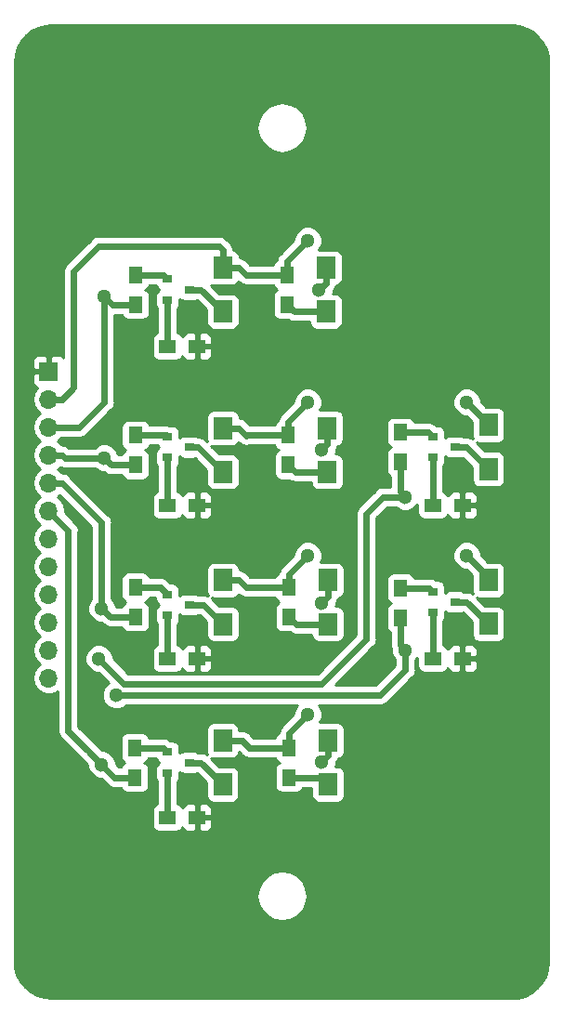
<source format=gbr>
G04 #@! TF.GenerationSoftware,KiCad,Pcbnew,5.0.1*
G04 #@! TF.CreationDate,2019-03-20T13:16:04+05:30*
G04 #@! TF.ProjectId,switches,73776974636865732E6B696361645F70,rev?*
G04 #@! TF.SameCoordinates,Original*
G04 #@! TF.FileFunction,Copper,L1,Top,Signal*
G04 #@! TF.FilePolarity,Positive*
%FSLAX46Y46*%
G04 Gerber Fmt 4.6, Leading zero omitted, Abs format (unit mm)*
G04 Created by KiCad (PCBNEW 5.0.1) date Wed 20 Mar 2019 01:16:04 PM IST*
%MOMM*%
%LPD*%
G01*
G04 APERTURE LIST*
G04 #@! TA.AperFunction,SMDPad,CuDef*
%ADD10R,1.700000X2.000000*%
G04 #@! TD*
G04 #@! TA.AperFunction,SMDPad,CuDef*
%ADD11R,1.300000X1.500000*%
G04 #@! TD*
G04 #@! TA.AperFunction,SMDPad,CuDef*
%ADD12R,1.500000X1.300000*%
G04 #@! TD*
G04 #@! TA.AperFunction,ComponentPad*
%ADD13O,1.700000X1.700000*%
G04 #@! TD*
G04 #@! TA.AperFunction,ComponentPad*
%ADD14R,1.700000X1.700000*%
G04 #@! TD*
G04 #@! TA.AperFunction,SMDPad,CuDef*
%ADD15R,0.900000X0.800000*%
G04 #@! TD*
G04 #@! TA.AperFunction,ViaPad*
%ADD16C,1.300000*%
G04 #@! TD*
G04 #@! TA.AperFunction,Conductor*
%ADD17C,0.600000*%
G04 #@! TD*
G04 #@! TA.AperFunction,Conductor*
%ADD18C,0.254000*%
G04 #@! TD*
G04 APERTURE END LIST*
D10*
G04 #@! TO.P,D10,1*
G04 #@! TO.N,/s8*
X123249514Y-117209815D03*
G04 #@! TO.P,D10,2*
G04 #@! TO.N,Net-(D10-Pad2)*
X123249514Y-121209815D03*
G04 #@! TD*
G04 #@! TO.P,D9,2*
G04 #@! TO.N,Net-(D9-Pad2)*
X123239730Y-106590725D03*
G04 #@! TO.P,D9,1*
G04 #@! TO.N,/s7*
X123239730Y-102590725D03*
G04 #@! TD*
G04 #@! TO.P,D8,1*
G04 #@! TO.N,/s6*
X123182653Y-88733635D03*
G04 #@! TO.P,D8,2*
G04 #@! TO.N,Net-(D8-Pad2)*
X123182653Y-92733635D03*
G04 #@! TD*
G04 #@! TO.P,D7,2*
G04 #@! TO.N,Net-(D7-Pad2)*
X123057679Y-78114545D03*
G04 #@! TO.P,D7,1*
G04 #@! TO.N,/s5*
X123057679Y-74114545D03*
G04 #@! TD*
G04 #@! TO.P,D6,1*
G04 #@! TO.N,Net-(D6-Pad1)*
X137860000Y-106578000D03*
G04 #@! TO.P,D6,2*
G04 #@! TO.N,+5V*
X137860000Y-102578000D03*
G04 #@! TD*
G04 #@! TO.P,D5,2*
G04 #@! TO.N,+5V*
X137860000Y-88466905D03*
G04 #@! TO.P,D5,1*
G04 #@! TO.N,Net-(D5-Pad1)*
X137860000Y-92466905D03*
G04 #@! TD*
G04 #@! TO.P,D4,1*
G04 #@! TO.N,Net-(D4-Pad1)*
X113644000Y-121209815D03*
G04 #@! TO.P,D4,2*
G04 #@! TO.N,+5V*
X113644000Y-117209815D03*
G04 #@! TD*
G04 #@! TO.P,D3,2*
G04 #@! TO.N,+5V*
X113674000Y-102590725D03*
G04 #@! TO.P,D3,1*
G04 #@! TO.N,Net-(D3-Pad1)*
X113674000Y-106590725D03*
G04 #@! TD*
G04 #@! TO.P,D2,1*
G04 #@! TO.N,Net-(D2-Pad1)*
X113674000Y-92733635D03*
G04 #@! TO.P,D2,2*
G04 #@! TO.N,+5V*
X113674000Y-88733635D03*
G04 #@! TD*
G04 #@! TO.P,D1,2*
G04 #@! TO.N,+5V*
X113674000Y-74114545D03*
G04 #@! TO.P,D1,1*
G04 #@! TO.N,Net-(D1-Pad1)*
X113674000Y-78114545D03*
G04 #@! TD*
D11*
G04 #@! TO.P,R16,1*
G04 #@! TO.N,+5V*
X119693514Y-117859815D03*
G04 #@! TO.P,R16,2*
G04 #@! TO.N,Net-(D10-Pad2)*
X119693514Y-120559815D03*
G04 #@! TD*
G04 #@! TO.P,R13,2*
G04 #@! TO.N,Net-(D7-Pad2)*
X119501679Y-77464545D03*
G04 #@! TO.P,R13,1*
G04 #@! TO.N,+5V*
X119501679Y-74764545D03*
G04 #@! TD*
G04 #@! TO.P,R14,1*
G04 #@! TO.N,+5V*
X119626653Y-89383635D03*
G04 #@! TO.P,R14,2*
G04 #@! TO.N,Net-(D8-Pad2)*
X119626653Y-92083635D03*
G04 #@! TD*
G04 #@! TO.P,R15,2*
G04 #@! TO.N,Net-(D9-Pad2)*
X119683730Y-105940725D03*
G04 #@! TO.P,R15,1*
G04 #@! TO.N,+5V*
X119683730Y-103240725D03*
G04 #@! TD*
G04 #@! TO.P,R12,1*
G04 #@! TO.N,/s10*
X129862000Y-106018000D03*
G04 #@! TO.P,R12,2*
G04 #@! TO.N,Net-(Q6-Pad1)*
X129862000Y-103318000D03*
G04 #@! TD*
G04 #@! TO.P,R7,2*
G04 #@! TO.N,Net-(Q1-Pad1)*
X105696000Y-74764545D03*
G04 #@! TO.P,R7,1*
G04 #@! TO.N,/s1*
X105696000Y-77464545D03*
G04 #@! TD*
G04 #@! TO.P,R8,1*
G04 #@! TO.N,/s2*
X105696000Y-92083635D03*
G04 #@! TO.P,R8,2*
G04 #@! TO.N,Net-(Q2-Pad1)*
X105696000Y-89383635D03*
G04 #@! TD*
G04 #@! TO.P,R9,2*
G04 #@! TO.N,Net-(Q3-Pad1)*
X105696000Y-103240725D03*
G04 #@! TO.P,R9,1*
G04 #@! TO.N,/s3*
X105696000Y-105940725D03*
G04 #@! TD*
G04 #@! TO.P,R10,1*
G04 #@! TO.N,/s4*
X105626000Y-120559815D03*
G04 #@! TO.P,R10,2*
G04 #@! TO.N,Net-(Q4-Pad1)*
X105626000Y-117859815D03*
G04 #@! TD*
G04 #@! TO.P,R11,2*
G04 #@! TO.N,Net-(Q5-Pad1)*
X129862000Y-89116905D03*
G04 #@! TO.P,R11,1*
G04 #@! TO.N,/s9*
X129862000Y-91816905D03*
G04 #@! TD*
D12*
G04 #@! TO.P,R6,1*
G04 #@! TO.N,Net-(Q6-Pad2)*
X132800000Y-109728000D03*
G04 #@! TO.P,R6,2*
G04 #@! TO.N,GND*
X135500000Y-109728000D03*
G04 #@! TD*
G04 #@! TO.P,R5,1*
G04 #@! TO.N,Net-(Q5-Pad2)*
X132800000Y-95758000D03*
G04 #@! TO.P,R5,2*
G04 #@! TO.N,GND*
X135500000Y-95758000D03*
G04 #@! TD*
G04 #@! TO.P,R4,1*
G04 #@! TO.N,Net-(Q4-Pad2)*
X108614000Y-124206000D03*
G04 #@! TO.P,R4,2*
G04 #@! TO.N,GND*
X111314000Y-124206000D03*
G04 #@! TD*
G04 #@! TO.P,R3,2*
G04 #@! TO.N,GND*
X111314000Y-109728000D03*
G04 #@! TO.P,R3,1*
G04 #@! TO.N,Net-(Q3-Pad2)*
X108614000Y-109728000D03*
G04 #@! TD*
G04 #@! TO.P,R2,1*
G04 #@! TO.N,Net-(Q2-Pad2)*
X108614000Y-95758000D03*
G04 #@! TO.P,R2,2*
G04 #@! TO.N,GND*
X111314000Y-95758000D03*
G04 #@! TD*
G04 #@! TO.P,R1,2*
G04 #@! TO.N,GND*
X111314000Y-81280000D03*
G04 #@! TO.P,R1,1*
G04 #@! TO.N,Net-(Q1-Pad2)*
X108614000Y-81280000D03*
G04 #@! TD*
D13*
G04 #@! TO.P,J1,12*
G04 #@! TO.N,/s10*
X97790000Y-111506000D03*
G04 #@! TO.P,J1,11*
G04 #@! TO.N,/s9*
X97790000Y-108966000D03*
G04 #@! TO.P,J1,10*
G04 #@! TO.N,/s8*
X97790000Y-106426000D03*
G04 #@! TO.P,J1,9*
G04 #@! TO.N,/s7*
X97790000Y-103886000D03*
G04 #@! TO.P,J1,8*
G04 #@! TO.N,/s6*
X97790000Y-101346000D03*
G04 #@! TO.P,J1,7*
G04 #@! TO.N,/s5*
X97790000Y-98806000D03*
G04 #@! TO.P,J1,6*
G04 #@! TO.N,/s4*
X97790000Y-96266000D03*
G04 #@! TO.P,J1,5*
G04 #@! TO.N,/s3*
X97790000Y-93726000D03*
G04 #@! TO.P,J1,4*
G04 #@! TO.N,/s2*
X97790000Y-91186000D03*
G04 #@! TO.P,J1,3*
G04 #@! TO.N,/s1*
X97790000Y-88646000D03*
G04 #@! TO.P,J1,2*
G04 #@! TO.N,+5V*
X97790000Y-86106000D03*
D14*
G04 #@! TO.P,J1,1*
G04 #@! TO.N,GND*
X97790000Y-83566000D03*
G04 #@! TD*
D15*
G04 #@! TO.P,Q6,1*
G04 #@! TO.N,Net-(Q6-Pad1)*
X132800000Y-103628000D03*
G04 #@! TO.P,Q6,2*
G04 #@! TO.N,Net-(Q6-Pad2)*
X132800000Y-105528000D03*
G04 #@! TO.P,Q6,3*
G04 #@! TO.N,Net-(D6-Pad1)*
X134800000Y-104578000D03*
G04 #@! TD*
G04 #@! TO.P,Q1,3*
G04 #@! TO.N,Net-(D1-Pad1)*
X110614000Y-76114545D03*
G04 #@! TO.P,Q1,2*
G04 #@! TO.N,Net-(Q1-Pad2)*
X108614000Y-77064545D03*
G04 #@! TO.P,Q1,1*
G04 #@! TO.N,Net-(Q1-Pad1)*
X108614000Y-75164545D03*
G04 #@! TD*
G04 #@! TO.P,Q2,1*
G04 #@! TO.N,Net-(Q2-Pad1)*
X108614000Y-89529635D03*
G04 #@! TO.P,Q2,2*
G04 #@! TO.N,Net-(Q2-Pad2)*
X108614000Y-91429635D03*
G04 #@! TO.P,Q2,3*
G04 #@! TO.N,Net-(D2-Pad1)*
X110614000Y-90479635D03*
G04 #@! TD*
G04 #@! TO.P,Q3,3*
G04 #@! TO.N,Net-(D3-Pad1)*
X110614000Y-104844725D03*
G04 #@! TO.P,Q3,2*
G04 #@! TO.N,Net-(Q3-Pad2)*
X108614000Y-105794725D03*
G04 #@! TO.P,Q3,1*
G04 #@! TO.N,Net-(Q3-Pad1)*
X108614000Y-103894725D03*
G04 #@! TD*
G04 #@! TO.P,Q5,1*
G04 #@! TO.N,Net-(Q5-Pad1)*
X132800000Y-89516905D03*
G04 #@! TO.P,Q5,2*
G04 #@! TO.N,Net-(Q5-Pad2)*
X132800000Y-91416905D03*
G04 #@! TO.P,Q5,3*
G04 #@! TO.N,Net-(D5-Pad1)*
X134800000Y-90466905D03*
G04 #@! TD*
G04 #@! TO.P,Q4,3*
G04 #@! TO.N,Net-(D4-Pad1)*
X110614000Y-119209815D03*
G04 #@! TO.P,Q4,2*
G04 #@! TO.N,Net-(Q4-Pad2)*
X108614000Y-120159815D03*
G04 #@! TO.P,Q4,1*
G04 #@! TO.N,Net-(Q4-Pad1)*
X108614000Y-118259815D03*
G04 #@! TD*
D16*
G04 #@! TO.N,/s10*
X130302000Y-108966000D03*
X103967235Y-113062373D03*
G04 #@! TO.N,/s8*
X122682000Y-119126000D03*
G04 #@! TO.N,/s6*
X122682000Y-90678000D03*
G04 #@! TO.N,/s4*
X102616000Y-119380000D03*
G04 #@! TO.N,/s2*
X102870000Y-91440000D03*
G04 #@! TO.N,/s9*
X130302000Y-94996000D03*
X102362000Y-109728000D03*
G04 #@! TO.N,/s7*
X122682000Y-104640723D03*
G04 #@! TO.N,/s5*
X122428000Y-76164543D03*
G04 #@! TO.N,/s3*
X102616000Y-105156000D03*
G04 #@! TO.N,/s1*
X102870000Y-76708000D03*
G04 #@! TO.N,GND*
X133096000Y-66294000D03*
G04 #@! TO.N,+5V*
X121412000Y-71628000D03*
X121412000Y-114808000D03*
X121412000Y-86360000D03*
X121412000Y-100330000D03*
X135890000Y-86360000D03*
X135890000Y-100330000D03*
G04 #@! TD*
D17*
G04 #@! TO.N,/s10*
X129862000Y-106018000D02*
X129862000Y-107510000D01*
X130302000Y-110744000D02*
X130302000Y-108966000D01*
X103967235Y-113062373D02*
X127983627Y-113062373D01*
X127983627Y-113062373D02*
X130302000Y-110744000D01*
X129862000Y-108526000D02*
X130302000Y-108966000D01*
X129862000Y-106018000D02*
X129862000Y-108526000D01*
G04 #@! TO.N,/s8*
X123249514Y-117209815D02*
X123249514Y-118558486D01*
X123249514Y-118558486D02*
X122682000Y-119126000D01*
G04 #@! TO.N,/s6*
X123182653Y-88733635D02*
X123182653Y-90177347D01*
X123182653Y-90177347D02*
X122682000Y-90678000D01*
G04 #@! TO.N,/s4*
X105626000Y-120559815D02*
X103795815Y-120559815D01*
X103795815Y-120559815D02*
X102616000Y-119380000D01*
X101365999Y-118129999D02*
X102616000Y-119380000D01*
X99568000Y-116332000D02*
X101365999Y-118129999D01*
X97790000Y-96266000D02*
X99568000Y-98044000D01*
X99568000Y-99568000D02*
X99568000Y-116332000D01*
X99568000Y-98044000D02*
X99568000Y-99568000D01*
G04 #@! TO.N,/s2*
X105696000Y-92083635D02*
X103513635Y-92083635D01*
X103513635Y-92083635D02*
X102870000Y-91440000D01*
X100584000Y-91440000D02*
X102870000Y-91440000D01*
X99246081Y-91440000D02*
X100584000Y-91440000D01*
X98992081Y-91186000D02*
X99246081Y-91440000D01*
X97790000Y-91186000D02*
X98992081Y-91186000D01*
G04 #@! TO.N,/s9*
X129862000Y-94556000D02*
X130302000Y-94996000D01*
X129862000Y-91816905D02*
X129862000Y-94556000D01*
X128270000Y-94996000D02*
X130302000Y-94996000D01*
X102362000Y-109728000D02*
X104648000Y-112014000D01*
X126746000Y-107947194D02*
X126746000Y-96520000D01*
X104648000Y-112014000D02*
X122679194Y-112014000D01*
X122679194Y-112014000D02*
X126746000Y-107947194D01*
X126746000Y-96520000D02*
X128270000Y-94996000D01*
G04 #@! TO.N,/s7*
X123239730Y-102590725D02*
X123239730Y-104082993D01*
X123239730Y-104082993D02*
X122682000Y-104640723D01*
G04 #@! TO.N,/s5*
X123057679Y-74114545D02*
X123057679Y-75534864D01*
X123057679Y-75534864D02*
X122428000Y-76164543D01*
G04 #@! TO.N,/s3*
X105696000Y-105940725D02*
X103400725Y-105940725D01*
X103400725Y-105940725D02*
X102616000Y-105156000D01*
X98992081Y-93726000D02*
X102616000Y-97349919D01*
X97790000Y-93726000D02*
X98992081Y-93726000D01*
X102616000Y-97349919D02*
X102616000Y-98298000D01*
X102616000Y-98298000D02*
X102616000Y-105156000D01*
G04 #@! TO.N,/s1*
X105696000Y-77464545D02*
X103626545Y-77464545D01*
X103626545Y-77464545D02*
X102870000Y-76708000D01*
X102870000Y-77627238D02*
X102870000Y-76708000D01*
X102870000Y-81788000D02*
X102870000Y-77627238D01*
X102870000Y-86360000D02*
X102870000Y-81788000D01*
X97790000Y-88646000D02*
X100584000Y-88646000D01*
X100584000Y-88646000D02*
X102870000Y-86360000D01*
G04 #@! TO.N,Net-(D4-Pad1)*
X111644000Y-119209815D02*
X113644000Y-121209815D01*
X110614000Y-119209815D02*
X111644000Y-119209815D01*
G04 #@! TO.N,Net-(D5-Pad1)*
X135860000Y-90466905D02*
X137860000Y-92466905D01*
X134800000Y-90466905D02*
X135860000Y-90466905D01*
G04 #@! TO.N,Net-(D3-Pad1)*
X111928000Y-104844725D02*
X113674000Y-106590725D01*
X110614000Y-104844725D02*
X111928000Y-104844725D01*
G04 #@! TO.N,Net-(D2-Pad1)*
X111420000Y-90479635D02*
X113674000Y-92733635D01*
X110614000Y-90479635D02*
X111420000Y-90479635D01*
G04 #@! TO.N,Net-(D1-Pad1)*
X111674000Y-76114545D02*
X113674000Y-78114545D01*
X110614000Y-76114545D02*
X111674000Y-76114545D01*
G04 #@! TO.N,Net-(D6-Pad1)*
X135860000Y-104578000D02*
X137860000Y-106578000D01*
X134800000Y-104578000D02*
X135860000Y-104578000D01*
G04 #@! TO.N,+5V*
X119501679Y-74764545D02*
X119501679Y-73538321D01*
X119501679Y-73538321D02*
X121412000Y-71628000D01*
X119693514Y-117859815D02*
X119693514Y-116526486D01*
X119693514Y-116526486D02*
X121412000Y-114808000D01*
X119626653Y-88145347D02*
X121412000Y-86360000D01*
X119626653Y-89383635D02*
X119626653Y-88145347D01*
X119683730Y-103240725D02*
X119683730Y-102058270D01*
X119683730Y-102058270D02*
X121412000Y-100330000D01*
X113644000Y-117209815D02*
X115431815Y-117209815D01*
X116081815Y-117859815D02*
X119693514Y-117859815D01*
X115431815Y-117209815D02*
X116081815Y-117859815D01*
X115124000Y-102590725D02*
X113674000Y-102590725D01*
X115774000Y-103240725D02*
X115124000Y-102590725D01*
X119683730Y-103240725D02*
X115774000Y-103240725D01*
X115124000Y-88733635D02*
X115798365Y-89408000D01*
X113674000Y-88733635D02*
X115124000Y-88733635D01*
X115822730Y-89383635D02*
X119626653Y-89383635D01*
X115798365Y-89408000D02*
X115822730Y-89383635D01*
X115124000Y-74114545D02*
X113674000Y-74114545D01*
X115774000Y-74764545D02*
X115124000Y-74114545D01*
X119501679Y-74764545D02*
X115774000Y-74764545D01*
X137860000Y-88466905D02*
X137860000Y-88330000D01*
X137860000Y-88330000D02*
X135890000Y-86360000D01*
X137860000Y-102578000D02*
X137860000Y-102300000D01*
X137860000Y-102300000D02*
X135890000Y-100330000D01*
X113674000Y-72514545D02*
X113674000Y-74114545D01*
X97790000Y-86106000D02*
X98992081Y-86106000D01*
X98992081Y-86106000D02*
X100076000Y-85022081D01*
X113295455Y-72136000D02*
X113674000Y-72514545D01*
X100076000Y-85022081D02*
X100076000Y-74422000D01*
X100076000Y-74422000D02*
X102362000Y-72136000D01*
X102362000Y-72136000D02*
X113295455Y-72136000D01*
G04 #@! TO.N,Net-(Q3-Pad1)*
X107960000Y-103240725D02*
X108614000Y-103894725D01*
X105696000Y-103240725D02*
X107960000Y-103240725D01*
G04 #@! TO.N,Net-(Q6-Pad1)*
X132490000Y-103318000D02*
X132800000Y-103628000D01*
X129862000Y-103318000D02*
X132490000Y-103318000D01*
G04 #@! TO.N,Net-(Q5-Pad1)*
X132400000Y-89116905D02*
X132800000Y-89516905D01*
X129862000Y-89116905D02*
X132400000Y-89116905D01*
G04 #@! TO.N,Net-(Q1-Pad1)*
X108214000Y-74764545D02*
X108614000Y-75164545D01*
X105696000Y-74764545D02*
X108214000Y-74764545D01*
G04 #@! TO.N,Net-(Q2-Pad1)*
X108468000Y-89383635D02*
X108614000Y-89529635D01*
X105696000Y-89383635D02*
X108468000Y-89383635D01*
G04 #@! TO.N,Net-(Q4-Pad1)*
X108214000Y-117859815D02*
X108614000Y-118259815D01*
X105626000Y-117859815D02*
X108214000Y-117859815D01*
G04 #@! TO.N,Net-(D9-Pad2)*
X120333730Y-106590725D02*
X119683730Y-105940725D01*
X123239730Y-106590725D02*
X120333730Y-106590725D01*
G04 #@! TO.N,Net-(D8-Pad2)*
X120276653Y-92733635D02*
X119626653Y-92083635D01*
X123182653Y-92733635D02*
X120276653Y-92733635D01*
G04 #@! TO.N,Net-(D7-Pad2)*
X120151679Y-78114545D02*
X119501679Y-77464545D01*
X123057679Y-78114545D02*
X120151679Y-78114545D01*
G04 #@! TO.N,Net-(D10-Pad2)*
X122599514Y-120559815D02*
X123249514Y-121209815D01*
X119693514Y-120559815D02*
X122599514Y-120559815D01*
G04 #@! TO.N,Net-(Q3-Pad2)*
X108614000Y-109728000D02*
X108614000Y-105794725D01*
G04 #@! TO.N,Net-(Q6-Pad2)*
X132800000Y-109728000D02*
X132800000Y-105528000D01*
G04 #@! TO.N,Net-(Q5-Pad2)*
X132800000Y-95758000D02*
X132800000Y-91416905D01*
G04 #@! TO.N,Net-(Q4-Pad2)*
X108614000Y-124206000D02*
X108614000Y-120159815D01*
G04 #@! TO.N,Net-(Q2-Pad2)*
X108614000Y-95758000D02*
X108614000Y-91429635D01*
G04 #@! TO.N,Net-(Q1-Pad2)*
X108614000Y-81280000D02*
X108614000Y-77064545D01*
G04 #@! TD*
D18*
G04 #@! TO.N,GND*
G36*
X140683861Y-52128160D02*
X141322530Y-52328307D01*
X141907902Y-52652784D01*
X142416078Y-53088343D01*
X142826289Y-53617183D01*
X143121786Y-54217712D01*
X143292623Y-54873567D01*
X143333001Y-55398325D01*
X143333000Y-137337302D01*
X143261839Y-138037865D01*
X143061693Y-138676532D01*
X142737215Y-139261904D01*
X142301657Y-139770077D01*
X141772815Y-140180290D01*
X141172287Y-140475786D01*
X140516433Y-140646623D01*
X139991687Y-140687000D01*
X98052698Y-140687000D01*
X97352135Y-140615839D01*
X96713468Y-140415693D01*
X96128096Y-140091215D01*
X95619923Y-139655657D01*
X95209710Y-139126815D01*
X94914214Y-138526287D01*
X94743377Y-137870433D01*
X94703000Y-137345687D01*
X94703000Y-131372000D01*
X116748327Y-131372000D01*
X116861142Y-132084284D01*
X117188543Y-132726845D01*
X117698482Y-133236784D01*
X118341043Y-133564185D01*
X119053327Y-133677000D01*
X119765611Y-133564185D01*
X120408172Y-133236784D01*
X120918111Y-132726845D01*
X121245512Y-132084284D01*
X121358327Y-131372000D01*
X121245512Y-130659716D01*
X120918111Y-130017155D01*
X120408172Y-129507216D01*
X119765611Y-129179815D01*
X119053327Y-129067000D01*
X118341043Y-129179815D01*
X117698482Y-129507216D01*
X117188543Y-130017155D01*
X116861142Y-130659716D01*
X116748327Y-131372000D01*
X94703000Y-131372000D01*
X94703000Y-86106000D01*
X96275908Y-86106000D01*
X96391161Y-86685418D01*
X96719375Y-87176625D01*
X97017761Y-87376000D01*
X96719375Y-87575375D01*
X96391161Y-88066582D01*
X96275908Y-88646000D01*
X96391161Y-89225418D01*
X96719375Y-89716625D01*
X97017761Y-89916000D01*
X96719375Y-90115375D01*
X96391161Y-90606582D01*
X96275908Y-91186000D01*
X96391161Y-91765418D01*
X96719375Y-92256625D01*
X97017761Y-92456000D01*
X96719375Y-92655375D01*
X96391161Y-93146582D01*
X96275908Y-93726000D01*
X96391161Y-94305418D01*
X96719375Y-94796625D01*
X97017761Y-94996000D01*
X96719375Y-95195375D01*
X96391161Y-95686582D01*
X96275908Y-96266000D01*
X96391161Y-96845418D01*
X96719375Y-97336625D01*
X97017761Y-97536000D01*
X96719375Y-97735375D01*
X96391161Y-98226582D01*
X96275908Y-98806000D01*
X96391161Y-99385418D01*
X96719375Y-99876625D01*
X97017761Y-100076000D01*
X96719375Y-100275375D01*
X96391161Y-100766582D01*
X96275908Y-101346000D01*
X96391161Y-101925418D01*
X96719375Y-102416625D01*
X97017761Y-102616000D01*
X96719375Y-102815375D01*
X96391161Y-103306582D01*
X96275908Y-103886000D01*
X96391161Y-104465418D01*
X96719375Y-104956625D01*
X97017761Y-105156000D01*
X96719375Y-105355375D01*
X96391161Y-105846582D01*
X96275908Y-106426000D01*
X96391161Y-107005418D01*
X96719375Y-107496625D01*
X97017761Y-107696000D01*
X96719375Y-107895375D01*
X96391161Y-108386582D01*
X96275908Y-108966000D01*
X96391161Y-109545418D01*
X96719375Y-110036625D01*
X97017761Y-110236000D01*
X96719375Y-110435375D01*
X96391161Y-110926582D01*
X96275908Y-111506000D01*
X96391161Y-112085418D01*
X96719375Y-112576625D01*
X97210582Y-112904839D01*
X97643744Y-112991000D01*
X97936256Y-112991000D01*
X98369418Y-112904839D01*
X98633001Y-112728719D01*
X98633001Y-116239909D01*
X98614683Y-116332000D01*
X98687250Y-116696818D01*
X98827354Y-116906498D01*
X98893904Y-117006097D01*
X98971970Y-117058259D01*
X100639740Y-118726029D01*
X101331000Y-119417290D01*
X101331000Y-119635602D01*
X101526629Y-120107894D01*
X101888106Y-120469371D01*
X102360398Y-120665000D01*
X102578710Y-120665000D01*
X103069555Y-121155845D01*
X103121718Y-121233912D01*
X103430996Y-121440565D01*
X103703729Y-121494815D01*
X103703732Y-121494815D01*
X103795814Y-121513131D01*
X103887896Y-121494815D01*
X104365358Y-121494815D01*
X104377843Y-121557580D01*
X104518191Y-121767624D01*
X104728235Y-121907972D01*
X104976000Y-121957255D01*
X106276000Y-121957255D01*
X106523765Y-121907972D01*
X106733809Y-121767624D01*
X106874157Y-121557580D01*
X106923440Y-121309815D01*
X106923440Y-119809815D01*
X106874157Y-119562050D01*
X106733809Y-119352006D01*
X106523765Y-119211658D01*
X106514500Y-119209815D01*
X106523765Y-119207972D01*
X106733809Y-119067624D01*
X106874157Y-118857580D01*
X106886642Y-118794815D01*
X107543413Y-118794815D01*
X107565843Y-118907580D01*
X107706191Y-119117624D01*
X107844164Y-119209815D01*
X107706191Y-119302006D01*
X107565843Y-119512050D01*
X107516560Y-119759815D01*
X107516560Y-120559815D01*
X107565843Y-120807580D01*
X107679001Y-120976931D01*
X107679000Y-122945358D01*
X107616235Y-122957843D01*
X107406191Y-123098191D01*
X107265843Y-123308235D01*
X107216560Y-123556000D01*
X107216560Y-124856000D01*
X107265843Y-125103765D01*
X107406191Y-125313809D01*
X107616235Y-125454157D01*
X107864000Y-125503440D01*
X109364000Y-125503440D01*
X109611765Y-125454157D01*
X109821809Y-125313809D01*
X109962157Y-125103765D01*
X109967721Y-125075791D01*
X110025673Y-125215699D01*
X110204302Y-125394327D01*
X110437691Y-125491000D01*
X111028250Y-125491000D01*
X111187000Y-125332250D01*
X111187000Y-124333000D01*
X111441000Y-124333000D01*
X111441000Y-125332250D01*
X111599750Y-125491000D01*
X112190309Y-125491000D01*
X112423698Y-125394327D01*
X112602327Y-125215699D01*
X112699000Y-124982310D01*
X112699000Y-124491750D01*
X112540250Y-124333000D01*
X111441000Y-124333000D01*
X111187000Y-124333000D01*
X111167000Y-124333000D01*
X111167000Y-124079000D01*
X111187000Y-124079000D01*
X111187000Y-123079750D01*
X111441000Y-123079750D01*
X111441000Y-124079000D01*
X112540250Y-124079000D01*
X112699000Y-123920250D01*
X112699000Y-123429690D01*
X112602327Y-123196301D01*
X112423698Y-123017673D01*
X112190309Y-122921000D01*
X111599750Y-122921000D01*
X111441000Y-123079750D01*
X111187000Y-123079750D01*
X111028250Y-122921000D01*
X110437691Y-122921000D01*
X110204302Y-123017673D01*
X110025673Y-123196301D01*
X109967721Y-123336209D01*
X109962157Y-123308235D01*
X109821809Y-123098191D01*
X109611765Y-122957843D01*
X109549000Y-122945358D01*
X109549000Y-120976930D01*
X109662157Y-120807580D01*
X109711440Y-120559815D01*
X109711440Y-120071131D01*
X109916235Y-120207972D01*
X110164000Y-120257255D01*
X111064000Y-120257255D01*
X111311765Y-120207972D01*
X111316622Y-120204726D01*
X112146560Y-121034665D01*
X112146560Y-122209815D01*
X112195843Y-122457580D01*
X112336191Y-122667624D01*
X112546235Y-122807972D01*
X112794000Y-122857255D01*
X114494000Y-122857255D01*
X114741765Y-122807972D01*
X114951809Y-122667624D01*
X115092157Y-122457580D01*
X115141440Y-122209815D01*
X115141440Y-120209815D01*
X115092157Y-119962050D01*
X114951809Y-119752006D01*
X114741765Y-119611658D01*
X114494000Y-119562375D01*
X113318850Y-119562375D01*
X112568968Y-118812494D01*
X112794000Y-118857255D01*
X114494000Y-118857255D01*
X114741765Y-118807972D01*
X114951809Y-118667624D01*
X115092157Y-118457580D01*
X115136145Y-118236435D01*
X115355556Y-118455845D01*
X115407718Y-118533912D01*
X115485784Y-118586074D01*
X115716996Y-118740565D01*
X116081815Y-118813132D01*
X116173901Y-118794815D01*
X118432872Y-118794815D01*
X118445357Y-118857580D01*
X118585705Y-119067624D01*
X118795749Y-119207972D01*
X118805014Y-119209815D01*
X118795749Y-119211658D01*
X118585705Y-119352006D01*
X118445357Y-119562050D01*
X118396074Y-119809815D01*
X118396074Y-121309815D01*
X118445357Y-121557580D01*
X118585705Y-121767624D01*
X118795749Y-121907972D01*
X119043514Y-121957255D01*
X120343514Y-121957255D01*
X120591279Y-121907972D01*
X120801323Y-121767624D01*
X120941671Y-121557580D01*
X120954156Y-121494815D01*
X121752074Y-121494815D01*
X121752074Y-122209815D01*
X121801357Y-122457580D01*
X121941705Y-122667624D01*
X122151749Y-122807972D01*
X122399514Y-122857255D01*
X124099514Y-122857255D01*
X124347279Y-122807972D01*
X124557323Y-122667624D01*
X124697671Y-122457580D01*
X124746954Y-122209815D01*
X124746954Y-120209815D01*
X124697671Y-119962050D01*
X124557323Y-119752006D01*
X124347279Y-119611658D01*
X124099514Y-119562375D01*
X123892122Y-119562375D01*
X123967000Y-119381602D01*
X123967000Y-119167647D01*
X124130264Y-118923305D01*
X124145210Y-118848166D01*
X124347279Y-118807972D01*
X124557323Y-118667624D01*
X124697671Y-118457580D01*
X124746954Y-118209815D01*
X124746954Y-116209815D01*
X124697671Y-115962050D01*
X124557323Y-115752006D01*
X124347279Y-115611658D01*
X124099514Y-115562375D01*
X122474890Y-115562375D01*
X122501371Y-115535894D01*
X122697000Y-115063602D01*
X122697000Y-114552398D01*
X122501371Y-114080106D01*
X122418638Y-113997373D01*
X127891541Y-113997373D01*
X127983627Y-114015690D01*
X128075713Y-113997373D01*
X128348446Y-113943123D01*
X128657724Y-113736470D01*
X128709888Y-113658401D01*
X130898028Y-111470261D01*
X130976097Y-111418097D01*
X131182750Y-111108819D01*
X131237000Y-110836086D01*
X131237000Y-110836085D01*
X131255317Y-110744000D01*
X131237000Y-110651914D01*
X131237000Y-109848265D01*
X131391371Y-109693894D01*
X131402560Y-109666881D01*
X131402560Y-110378000D01*
X131451843Y-110625765D01*
X131592191Y-110835809D01*
X131802235Y-110976157D01*
X132050000Y-111025440D01*
X133550000Y-111025440D01*
X133797765Y-110976157D01*
X134007809Y-110835809D01*
X134148157Y-110625765D01*
X134153721Y-110597791D01*
X134211673Y-110737699D01*
X134390302Y-110916327D01*
X134623691Y-111013000D01*
X135214250Y-111013000D01*
X135373000Y-110854250D01*
X135373000Y-109855000D01*
X135627000Y-109855000D01*
X135627000Y-110854250D01*
X135785750Y-111013000D01*
X136376309Y-111013000D01*
X136609698Y-110916327D01*
X136788327Y-110737699D01*
X136885000Y-110504310D01*
X136885000Y-110013750D01*
X136726250Y-109855000D01*
X135627000Y-109855000D01*
X135373000Y-109855000D01*
X135353000Y-109855000D01*
X135353000Y-109601000D01*
X135373000Y-109601000D01*
X135373000Y-108601750D01*
X135627000Y-108601750D01*
X135627000Y-109601000D01*
X136726250Y-109601000D01*
X136885000Y-109442250D01*
X136885000Y-108951690D01*
X136788327Y-108718301D01*
X136609698Y-108539673D01*
X136376309Y-108443000D01*
X135785750Y-108443000D01*
X135627000Y-108601750D01*
X135373000Y-108601750D01*
X135214250Y-108443000D01*
X134623691Y-108443000D01*
X134390302Y-108539673D01*
X134211673Y-108718301D01*
X134153721Y-108858209D01*
X134148157Y-108830235D01*
X134007809Y-108620191D01*
X133797765Y-108479843D01*
X133735000Y-108467358D01*
X133735000Y-106345115D01*
X133848157Y-106175765D01*
X133897440Y-105928000D01*
X133897440Y-105439316D01*
X134102235Y-105576157D01*
X134350000Y-105625440D01*
X135250000Y-105625440D01*
X135497765Y-105576157D01*
X135520606Y-105560895D01*
X136362560Y-106402850D01*
X136362560Y-107578000D01*
X136411843Y-107825765D01*
X136552191Y-108035809D01*
X136762235Y-108176157D01*
X137010000Y-108225440D01*
X138710000Y-108225440D01*
X138957765Y-108176157D01*
X139167809Y-108035809D01*
X139308157Y-107825765D01*
X139357440Y-107578000D01*
X139357440Y-105578000D01*
X139308157Y-105330235D01*
X139167809Y-105120191D01*
X138957765Y-104979843D01*
X138710000Y-104930560D01*
X137534850Y-104930560D01*
X136784968Y-104180679D01*
X137010000Y-104225440D01*
X138710000Y-104225440D01*
X138957765Y-104176157D01*
X139167809Y-104035809D01*
X139308157Y-103825765D01*
X139357440Y-103578000D01*
X139357440Y-101578000D01*
X139308157Y-101330235D01*
X139167809Y-101120191D01*
X138957765Y-100979843D01*
X138710000Y-100930560D01*
X137812850Y-100930560D01*
X137175000Y-100292711D01*
X137175000Y-100074398D01*
X136979371Y-99602106D01*
X136617894Y-99240629D01*
X136145602Y-99045000D01*
X135634398Y-99045000D01*
X135162106Y-99240629D01*
X134800629Y-99602106D01*
X134605000Y-100074398D01*
X134605000Y-100585602D01*
X134800629Y-101057894D01*
X135162106Y-101419371D01*
X135634398Y-101615000D01*
X135852711Y-101615000D01*
X136362560Y-102124850D01*
X136362560Y-103578000D01*
X136411029Y-103821671D01*
X136224819Y-103697250D01*
X135952086Y-103643000D01*
X135860000Y-103624683D01*
X135767914Y-103643000D01*
X135592285Y-103643000D01*
X135497765Y-103579843D01*
X135250000Y-103530560D01*
X134350000Y-103530560D01*
X134102235Y-103579843D01*
X133897440Y-103716684D01*
X133897440Y-103228000D01*
X133848157Y-102980235D01*
X133707809Y-102770191D01*
X133497765Y-102629843D01*
X133250000Y-102580560D01*
X133069298Y-102580560D01*
X132854819Y-102437250D01*
X132582086Y-102383000D01*
X132490000Y-102364683D01*
X132397914Y-102383000D01*
X131122642Y-102383000D01*
X131110157Y-102320235D01*
X130969809Y-102110191D01*
X130759765Y-101969843D01*
X130512000Y-101920560D01*
X129212000Y-101920560D01*
X128964235Y-101969843D01*
X128754191Y-102110191D01*
X128613843Y-102320235D01*
X128564560Y-102568000D01*
X128564560Y-104068000D01*
X128613843Y-104315765D01*
X128754191Y-104525809D01*
X128964235Y-104666157D01*
X128973500Y-104668000D01*
X128964235Y-104669843D01*
X128754191Y-104810191D01*
X128613843Y-105020235D01*
X128564560Y-105268000D01*
X128564560Y-106768000D01*
X128613843Y-107015765D01*
X128754191Y-107225809D01*
X128927001Y-107341278D01*
X128927001Y-108433910D01*
X128908683Y-108526000D01*
X128981250Y-108890818D01*
X129017000Y-108944322D01*
X129017000Y-109221602D01*
X129212629Y-109693894D01*
X129367001Y-109848266D01*
X129367000Y-110356711D01*
X127596338Y-112127373D01*
X123888110Y-112127373D01*
X127342031Y-108673453D01*
X127420097Y-108621291D01*
X127626750Y-108312013D01*
X127681000Y-108039280D01*
X127681000Y-108039277D01*
X127699316Y-107947195D01*
X127681000Y-107855113D01*
X127681000Y-96907289D01*
X128657290Y-95931000D01*
X129419735Y-95931000D01*
X129574106Y-96085371D01*
X130046398Y-96281000D01*
X130557602Y-96281000D01*
X131029894Y-96085371D01*
X131391371Y-95723894D01*
X131402560Y-95696881D01*
X131402560Y-96408000D01*
X131451843Y-96655765D01*
X131592191Y-96865809D01*
X131802235Y-97006157D01*
X132050000Y-97055440D01*
X133550000Y-97055440D01*
X133797765Y-97006157D01*
X134007809Y-96865809D01*
X134148157Y-96655765D01*
X134153721Y-96627791D01*
X134211673Y-96767699D01*
X134390302Y-96946327D01*
X134623691Y-97043000D01*
X135214250Y-97043000D01*
X135373000Y-96884250D01*
X135373000Y-95885000D01*
X135627000Y-95885000D01*
X135627000Y-96884250D01*
X135785750Y-97043000D01*
X136376309Y-97043000D01*
X136609698Y-96946327D01*
X136788327Y-96767699D01*
X136885000Y-96534310D01*
X136885000Y-96043750D01*
X136726250Y-95885000D01*
X135627000Y-95885000D01*
X135373000Y-95885000D01*
X135353000Y-95885000D01*
X135353000Y-95631000D01*
X135373000Y-95631000D01*
X135373000Y-94631750D01*
X135627000Y-94631750D01*
X135627000Y-95631000D01*
X136726250Y-95631000D01*
X136885000Y-95472250D01*
X136885000Y-94981690D01*
X136788327Y-94748301D01*
X136609698Y-94569673D01*
X136376309Y-94473000D01*
X135785750Y-94473000D01*
X135627000Y-94631750D01*
X135373000Y-94631750D01*
X135214250Y-94473000D01*
X134623691Y-94473000D01*
X134390302Y-94569673D01*
X134211673Y-94748301D01*
X134153721Y-94888209D01*
X134148157Y-94860235D01*
X134007809Y-94650191D01*
X133797765Y-94509843D01*
X133735000Y-94497358D01*
X133735000Y-92234020D01*
X133848157Y-92064670D01*
X133897440Y-91816905D01*
X133897440Y-91328221D01*
X134102235Y-91465062D01*
X134350000Y-91514345D01*
X135250000Y-91514345D01*
X135497765Y-91465062D01*
X135520606Y-91449800D01*
X136362560Y-92291755D01*
X136362560Y-93466905D01*
X136411843Y-93714670D01*
X136552191Y-93924714D01*
X136762235Y-94065062D01*
X137010000Y-94114345D01*
X138710000Y-94114345D01*
X138957765Y-94065062D01*
X139167809Y-93924714D01*
X139308157Y-93714670D01*
X139357440Y-93466905D01*
X139357440Y-91466905D01*
X139308157Y-91219140D01*
X139167809Y-91009096D01*
X138957765Y-90868748D01*
X138710000Y-90819465D01*
X137534850Y-90819465D01*
X136784968Y-90069584D01*
X137010000Y-90114345D01*
X138710000Y-90114345D01*
X138957765Y-90065062D01*
X139167809Y-89924714D01*
X139308157Y-89714670D01*
X139357440Y-89466905D01*
X139357440Y-87466905D01*
X139308157Y-87219140D01*
X139167809Y-87009096D01*
X138957765Y-86868748D01*
X138710000Y-86819465D01*
X137671755Y-86819465D01*
X137175000Y-86322711D01*
X137175000Y-86104398D01*
X136979371Y-85632106D01*
X136617894Y-85270629D01*
X136145602Y-85075000D01*
X135634398Y-85075000D01*
X135162106Y-85270629D01*
X134800629Y-85632106D01*
X134605000Y-86104398D01*
X134605000Y-86615602D01*
X134800629Y-87087894D01*
X135162106Y-87449371D01*
X135634398Y-87645000D01*
X135852711Y-87645000D01*
X136362560Y-88154850D01*
X136362560Y-89466905D01*
X136411029Y-89710576D01*
X136224819Y-89586155D01*
X135952086Y-89531905D01*
X135860000Y-89513588D01*
X135767914Y-89531905D01*
X135592285Y-89531905D01*
X135497765Y-89468748D01*
X135250000Y-89419465D01*
X134350000Y-89419465D01*
X134102235Y-89468748D01*
X133897440Y-89605589D01*
X133897440Y-89116905D01*
X133848157Y-88869140D01*
X133707809Y-88659096D01*
X133497765Y-88518748D01*
X133250000Y-88469465D01*
X133091909Y-88469465D01*
X133074097Y-88442808D01*
X132764819Y-88236155D01*
X132492086Y-88181905D01*
X132400000Y-88163588D01*
X132307914Y-88181905D01*
X131122642Y-88181905D01*
X131110157Y-88119140D01*
X130969809Y-87909096D01*
X130759765Y-87768748D01*
X130512000Y-87719465D01*
X129212000Y-87719465D01*
X128964235Y-87768748D01*
X128754191Y-87909096D01*
X128613843Y-88119140D01*
X128564560Y-88366905D01*
X128564560Y-89866905D01*
X128613843Y-90114670D01*
X128754191Y-90324714D01*
X128964235Y-90465062D01*
X128973500Y-90466905D01*
X128964235Y-90468748D01*
X128754191Y-90609096D01*
X128613843Y-90819140D01*
X128564560Y-91066905D01*
X128564560Y-92566905D01*
X128613843Y-92814670D01*
X128754191Y-93024714D01*
X128927000Y-93140182D01*
X128927001Y-94061000D01*
X128362080Y-94061000D01*
X128269999Y-94042684D01*
X128177918Y-94061000D01*
X128177914Y-94061000D01*
X127905181Y-94115250D01*
X127595903Y-94321903D01*
X127543741Y-94399969D01*
X126149970Y-95793741D01*
X126071904Y-95845903D01*
X126019742Y-95923969D01*
X126019741Y-95923970D01*
X125865250Y-96155182D01*
X125792683Y-96520000D01*
X125811001Y-96612090D01*
X125811000Y-107559904D01*
X122291905Y-111079000D01*
X105035290Y-111079000D01*
X103647000Y-109690711D01*
X103647000Y-109472398D01*
X103451371Y-109000106D01*
X103089894Y-108638629D01*
X102617602Y-108443000D01*
X102106398Y-108443000D01*
X101634106Y-108638629D01*
X101272629Y-109000106D01*
X101077000Y-109472398D01*
X101077000Y-109983602D01*
X101272629Y-110455894D01*
X101634106Y-110817371D01*
X102106398Y-111013000D01*
X102324711Y-111013000D01*
X103271423Y-111959713D01*
X103239341Y-111973002D01*
X102877864Y-112334479D01*
X102682235Y-112806771D01*
X102682235Y-113317975D01*
X102877864Y-113790267D01*
X103239341Y-114151744D01*
X103711633Y-114347373D01*
X104222837Y-114347373D01*
X104695129Y-114151744D01*
X104849500Y-113997373D01*
X120405362Y-113997373D01*
X120322629Y-114080106D01*
X120127000Y-114552398D01*
X120127000Y-114770710D01*
X119097484Y-115800227D01*
X119019418Y-115852389D01*
X118967256Y-115930455D01*
X118967255Y-115930456D01*
X118812764Y-116161668D01*
X118740197Y-116526486D01*
X118744111Y-116546162D01*
X118585705Y-116652006D01*
X118445357Y-116862050D01*
X118432872Y-116924815D01*
X116469105Y-116924815D01*
X116158076Y-116613787D01*
X116105912Y-116535718D01*
X115796634Y-116329065D01*
X115523901Y-116274815D01*
X115431815Y-116256498D01*
X115339729Y-116274815D01*
X115141440Y-116274815D01*
X115141440Y-116209815D01*
X115092157Y-115962050D01*
X114951809Y-115752006D01*
X114741765Y-115611658D01*
X114494000Y-115562375D01*
X112794000Y-115562375D01*
X112546235Y-115611658D01*
X112336191Y-115752006D01*
X112195843Y-115962050D01*
X112146560Y-116209815D01*
X112146560Y-118209815D01*
X112195029Y-118453486D01*
X112008819Y-118329065D01*
X111736086Y-118274815D01*
X111644000Y-118256498D01*
X111551914Y-118274815D01*
X111406285Y-118274815D01*
X111311765Y-118211658D01*
X111064000Y-118162375D01*
X110164000Y-118162375D01*
X109916235Y-118211658D01*
X109711440Y-118348499D01*
X109711440Y-117859815D01*
X109662157Y-117612050D01*
X109521809Y-117402006D01*
X109311765Y-117261658D01*
X109064000Y-117212375D01*
X108905909Y-117212375D01*
X108888097Y-117185718D01*
X108578819Y-116979065D01*
X108306086Y-116924815D01*
X108214000Y-116906498D01*
X108121914Y-116924815D01*
X106886642Y-116924815D01*
X106874157Y-116862050D01*
X106733809Y-116652006D01*
X106523765Y-116511658D01*
X106276000Y-116462375D01*
X104976000Y-116462375D01*
X104728235Y-116511658D01*
X104518191Y-116652006D01*
X104377843Y-116862050D01*
X104328560Y-117109815D01*
X104328560Y-118609815D01*
X104377843Y-118857580D01*
X104518191Y-119067624D01*
X104728235Y-119207972D01*
X104737500Y-119209815D01*
X104728235Y-119211658D01*
X104518191Y-119352006D01*
X104377843Y-119562050D01*
X104365358Y-119624815D01*
X104183105Y-119624815D01*
X103901000Y-119342710D01*
X103901000Y-119124398D01*
X103705371Y-118652106D01*
X103343894Y-118290629D01*
X102871602Y-118095000D01*
X102653290Y-118095000D01*
X101962029Y-117403740D01*
X100503000Y-115944711D01*
X100503000Y-98136086D01*
X100521317Y-98044000D01*
X100448750Y-97679181D01*
X100294259Y-97447969D01*
X100242097Y-97369903D01*
X100164031Y-97317741D01*
X99272270Y-96425981D01*
X99304092Y-96266000D01*
X99188839Y-95686582D01*
X98860625Y-95195375D01*
X98562239Y-94996000D01*
X98788565Y-94844774D01*
X101681000Y-97737209D01*
X101681001Y-98205911D01*
X101681000Y-98205915D01*
X101681001Y-104273734D01*
X101526629Y-104428106D01*
X101331000Y-104900398D01*
X101331000Y-105411602D01*
X101526629Y-105883894D01*
X101888106Y-106245371D01*
X102360398Y-106441000D01*
X102578710Y-106441000D01*
X102674466Y-106536755D01*
X102726628Y-106614822D01*
X102804694Y-106666984D01*
X103035906Y-106821475D01*
X103400725Y-106894042D01*
X103492811Y-106875725D01*
X104435358Y-106875725D01*
X104447843Y-106938490D01*
X104588191Y-107148534D01*
X104798235Y-107288882D01*
X105046000Y-107338165D01*
X106346000Y-107338165D01*
X106593765Y-107288882D01*
X106803809Y-107148534D01*
X106944157Y-106938490D01*
X106993440Y-106690725D01*
X106993440Y-105190725D01*
X106944157Y-104942960D01*
X106803809Y-104732916D01*
X106593765Y-104592568D01*
X106584500Y-104590725D01*
X106593765Y-104588882D01*
X106803809Y-104448534D01*
X106944157Y-104238490D01*
X106956642Y-104175725D01*
X107516560Y-104175725D01*
X107516560Y-104294725D01*
X107565843Y-104542490D01*
X107706191Y-104752534D01*
X107844164Y-104844725D01*
X107706191Y-104936916D01*
X107565843Y-105146960D01*
X107516560Y-105394725D01*
X107516560Y-106194725D01*
X107565843Y-106442490D01*
X107679001Y-106611841D01*
X107679000Y-108467358D01*
X107616235Y-108479843D01*
X107406191Y-108620191D01*
X107265843Y-108830235D01*
X107216560Y-109078000D01*
X107216560Y-110378000D01*
X107265843Y-110625765D01*
X107406191Y-110835809D01*
X107616235Y-110976157D01*
X107864000Y-111025440D01*
X109364000Y-111025440D01*
X109611765Y-110976157D01*
X109821809Y-110835809D01*
X109962157Y-110625765D01*
X109967721Y-110597791D01*
X110025673Y-110737699D01*
X110204302Y-110916327D01*
X110437691Y-111013000D01*
X111028250Y-111013000D01*
X111187000Y-110854250D01*
X111187000Y-109855000D01*
X111441000Y-109855000D01*
X111441000Y-110854250D01*
X111599750Y-111013000D01*
X112190309Y-111013000D01*
X112423698Y-110916327D01*
X112602327Y-110737699D01*
X112699000Y-110504310D01*
X112699000Y-110013750D01*
X112540250Y-109855000D01*
X111441000Y-109855000D01*
X111187000Y-109855000D01*
X111167000Y-109855000D01*
X111167000Y-109601000D01*
X111187000Y-109601000D01*
X111187000Y-108601750D01*
X111441000Y-108601750D01*
X111441000Y-109601000D01*
X112540250Y-109601000D01*
X112699000Y-109442250D01*
X112699000Y-108951690D01*
X112602327Y-108718301D01*
X112423698Y-108539673D01*
X112190309Y-108443000D01*
X111599750Y-108443000D01*
X111441000Y-108601750D01*
X111187000Y-108601750D01*
X111028250Y-108443000D01*
X110437691Y-108443000D01*
X110204302Y-108539673D01*
X110025673Y-108718301D01*
X109967721Y-108858209D01*
X109962157Y-108830235D01*
X109821809Y-108620191D01*
X109611765Y-108479843D01*
X109549000Y-108467358D01*
X109549000Y-106611840D01*
X109662157Y-106442490D01*
X109711440Y-106194725D01*
X109711440Y-105706041D01*
X109916235Y-105842882D01*
X110164000Y-105892165D01*
X111064000Y-105892165D01*
X111311765Y-105842882D01*
X111406285Y-105779725D01*
X111540711Y-105779725D01*
X112176560Y-106415575D01*
X112176560Y-107590725D01*
X112225843Y-107838490D01*
X112366191Y-108048534D01*
X112576235Y-108188882D01*
X112824000Y-108238165D01*
X114524000Y-108238165D01*
X114771765Y-108188882D01*
X114981809Y-108048534D01*
X115122157Y-107838490D01*
X115171440Y-107590725D01*
X115171440Y-105590725D01*
X115122157Y-105342960D01*
X114981809Y-105132916D01*
X114771765Y-104992568D01*
X114524000Y-104943285D01*
X113348849Y-104943285D01*
X112654261Y-104248697D01*
X112620128Y-104197613D01*
X112824000Y-104238165D01*
X114524000Y-104238165D01*
X114771765Y-104188882D01*
X114981809Y-104048534D01*
X115085528Y-103893309D01*
X115099903Y-103914822D01*
X115409181Y-104121475D01*
X115678667Y-104175079D01*
X115774000Y-104194042D01*
X115866086Y-104175725D01*
X118423088Y-104175725D01*
X118435573Y-104238490D01*
X118575921Y-104448534D01*
X118785965Y-104588882D01*
X118795230Y-104590725D01*
X118785965Y-104592568D01*
X118575921Y-104732916D01*
X118435573Y-104942960D01*
X118386290Y-105190725D01*
X118386290Y-106690725D01*
X118435573Y-106938490D01*
X118575921Y-107148534D01*
X118785965Y-107288882D01*
X119033730Y-107338165D01*
X119769399Y-107338165D01*
X119968911Y-107471475D01*
X120333730Y-107544042D01*
X120425816Y-107525725D01*
X121742290Y-107525725D01*
X121742290Y-107590725D01*
X121791573Y-107838490D01*
X121931921Y-108048534D01*
X122141965Y-108188882D01*
X122389730Y-108238165D01*
X124089730Y-108238165D01*
X124337495Y-108188882D01*
X124547539Y-108048534D01*
X124687887Y-107838490D01*
X124737170Y-107590725D01*
X124737170Y-105590725D01*
X124687887Y-105342960D01*
X124547539Y-105132916D01*
X124337495Y-104992568D01*
X124089730Y-104943285D01*
X123947549Y-104943285D01*
X123967000Y-104896325D01*
X123967000Y-104677511D01*
X124120480Y-104447812D01*
X124165166Y-104223160D01*
X124337495Y-104188882D01*
X124547539Y-104048534D01*
X124687887Y-103838490D01*
X124737170Y-103590725D01*
X124737170Y-101590725D01*
X124687887Y-101342960D01*
X124547539Y-101132916D01*
X124337495Y-100992568D01*
X124089730Y-100943285D01*
X122548843Y-100943285D01*
X122697000Y-100585602D01*
X122697000Y-100074398D01*
X122501371Y-99602106D01*
X122139894Y-99240629D01*
X121667602Y-99045000D01*
X121156398Y-99045000D01*
X120684106Y-99240629D01*
X120322629Y-99602106D01*
X120127000Y-100074398D01*
X120127000Y-100292710D01*
X119087700Y-101332011D01*
X119009634Y-101384173D01*
X118957472Y-101462239D01*
X118957471Y-101462240D01*
X118802980Y-101693452D01*
X118759910Y-101909977D01*
X118575921Y-102032916D01*
X118435573Y-102242960D01*
X118423088Y-102305725D01*
X116161290Y-102305725D01*
X115850261Y-101994697D01*
X115798097Y-101916628D01*
X115488819Y-101709975D01*
X115216086Y-101655725D01*
X115171440Y-101646844D01*
X115171440Y-101590725D01*
X115122157Y-101342960D01*
X114981809Y-101132916D01*
X114771765Y-100992568D01*
X114524000Y-100943285D01*
X112824000Y-100943285D01*
X112576235Y-100992568D01*
X112366191Y-101132916D01*
X112225843Y-101342960D01*
X112176560Y-101590725D01*
X112176560Y-103590725D01*
X112225843Y-103838490D01*
X112323298Y-103984340D01*
X112292819Y-103963975D01*
X112020086Y-103909725D01*
X111928000Y-103891408D01*
X111835914Y-103909725D01*
X111406285Y-103909725D01*
X111311765Y-103846568D01*
X111064000Y-103797285D01*
X110164000Y-103797285D01*
X109916235Y-103846568D01*
X109711440Y-103983409D01*
X109711440Y-103494725D01*
X109662157Y-103246960D01*
X109521809Y-103036916D01*
X109311765Y-102896568D01*
X109064000Y-102847285D01*
X108888849Y-102847285D01*
X108686261Y-102644697D01*
X108634097Y-102566628D01*
X108324819Y-102359975D01*
X108052086Y-102305725D01*
X107960000Y-102287408D01*
X107867914Y-102305725D01*
X106956642Y-102305725D01*
X106944157Y-102242960D01*
X106803809Y-102032916D01*
X106593765Y-101892568D01*
X106346000Y-101843285D01*
X105046000Y-101843285D01*
X104798235Y-101892568D01*
X104588191Y-102032916D01*
X104447843Y-102242960D01*
X104398560Y-102490725D01*
X104398560Y-103990725D01*
X104447843Y-104238490D01*
X104588191Y-104448534D01*
X104798235Y-104588882D01*
X104807500Y-104590725D01*
X104798235Y-104592568D01*
X104588191Y-104732916D01*
X104447843Y-104942960D01*
X104435358Y-105005725D01*
X103901000Y-105005725D01*
X103901000Y-104900398D01*
X103705371Y-104428106D01*
X103551000Y-104273735D01*
X103551000Y-97442000D01*
X103569316Y-97349918D01*
X103551000Y-97257834D01*
X103551000Y-97257833D01*
X103496750Y-96985100D01*
X103290097Y-96675822D01*
X103212031Y-96623660D01*
X99718342Y-93129972D01*
X99666178Y-93051903D01*
X99356900Y-92845250D01*
X99084167Y-92791000D01*
X98992081Y-92772683D01*
X98945234Y-92782001D01*
X98860625Y-92655375D01*
X98562239Y-92456000D01*
X98822959Y-92281793D01*
X98881262Y-92320750D01*
X99153995Y-92375000D01*
X99153998Y-92375000D01*
X99246080Y-92393316D01*
X99338162Y-92375000D01*
X101987735Y-92375000D01*
X102142106Y-92529371D01*
X102614398Y-92725000D01*
X102817667Y-92725000D01*
X102839538Y-92757732D01*
X103148816Y-92964385D01*
X103421549Y-93018635D01*
X103421552Y-93018635D01*
X103513634Y-93036951D01*
X103605716Y-93018635D01*
X104435358Y-93018635D01*
X104447843Y-93081400D01*
X104588191Y-93291444D01*
X104798235Y-93431792D01*
X105046000Y-93481075D01*
X106346000Y-93481075D01*
X106593765Y-93431792D01*
X106803809Y-93291444D01*
X106944157Y-93081400D01*
X106993440Y-92833635D01*
X106993440Y-91333635D01*
X106944157Y-91085870D01*
X106803809Y-90875826D01*
X106593765Y-90735478D01*
X106584500Y-90733635D01*
X106593765Y-90731792D01*
X106803809Y-90591444D01*
X106944157Y-90381400D01*
X106956642Y-90318635D01*
X107660214Y-90318635D01*
X107706191Y-90387444D01*
X107844164Y-90479635D01*
X107706191Y-90571826D01*
X107565843Y-90781870D01*
X107516560Y-91029635D01*
X107516560Y-91829635D01*
X107565843Y-92077400D01*
X107679001Y-92246751D01*
X107679000Y-94497358D01*
X107616235Y-94509843D01*
X107406191Y-94650191D01*
X107265843Y-94860235D01*
X107216560Y-95108000D01*
X107216560Y-96408000D01*
X107265843Y-96655765D01*
X107406191Y-96865809D01*
X107616235Y-97006157D01*
X107864000Y-97055440D01*
X109364000Y-97055440D01*
X109611765Y-97006157D01*
X109821809Y-96865809D01*
X109962157Y-96655765D01*
X109967721Y-96627791D01*
X110025673Y-96767699D01*
X110204302Y-96946327D01*
X110437691Y-97043000D01*
X111028250Y-97043000D01*
X111187000Y-96884250D01*
X111187000Y-95885000D01*
X111441000Y-95885000D01*
X111441000Y-96884250D01*
X111599750Y-97043000D01*
X112190309Y-97043000D01*
X112423698Y-96946327D01*
X112602327Y-96767699D01*
X112699000Y-96534310D01*
X112699000Y-96043750D01*
X112540250Y-95885000D01*
X111441000Y-95885000D01*
X111187000Y-95885000D01*
X111167000Y-95885000D01*
X111167000Y-95631000D01*
X111187000Y-95631000D01*
X111187000Y-94631750D01*
X111441000Y-94631750D01*
X111441000Y-95631000D01*
X112540250Y-95631000D01*
X112699000Y-95472250D01*
X112699000Y-94981690D01*
X112602327Y-94748301D01*
X112423698Y-94569673D01*
X112190309Y-94473000D01*
X111599750Y-94473000D01*
X111441000Y-94631750D01*
X111187000Y-94631750D01*
X111028250Y-94473000D01*
X110437691Y-94473000D01*
X110204302Y-94569673D01*
X110025673Y-94748301D01*
X109967721Y-94888209D01*
X109962157Y-94860235D01*
X109821809Y-94650191D01*
X109611765Y-94509843D01*
X109549000Y-94497358D01*
X109549000Y-92246750D01*
X109662157Y-92077400D01*
X109711440Y-91829635D01*
X109711440Y-91340951D01*
X109916235Y-91477792D01*
X110164000Y-91527075D01*
X111064000Y-91527075D01*
X111131687Y-91513611D01*
X112176560Y-92558485D01*
X112176560Y-93733635D01*
X112225843Y-93981400D01*
X112366191Y-94191444D01*
X112576235Y-94331792D01*
X112824000Y-94381075D01*
X114524000Y-94381075D01*
X114771765Y-94331792D01*
X114981809Y-94191444D01*
X115122157Y-93981400D01*
X115171440Y-93733635D01*
X115171440Y-91733635D01*
X115122157Y-91485870D01*
X114981809Y-91275826D01*
X114771765Y-91135478D01*
X114524000Y-91086195D01*
X113348850Y-91086195D01*
X112598968Y-90336314D01*
X112824000Y-90381075D01*
X114524000Y-90381075D01*
X114771765Y-90331792D01*
X114981809Y-90191444D01*
X115089571Y-90030168D01*
X115124269Y-90082096D01*
X115202330Y-90134255D01*
X115202334Y-90134259D01*
X115433546Y-90288750D01*
X115798364Y-90361317D01*
X115798365Y-90361317D01*
X116012941Y-90318635D01*
X118366011Y-90318635D01*
X118378496Y-90381400D01*
X118518844Y-90591444D01*
X118728888Y-90731792D01*
X118738153Y-90733635D01*
X118728888Y-90735478D01*
X118518844Y-90875826D01*
X118378496Y-91085870D01*
X118329213Y-91333635D01*
X118329213Y-92833635D01*
X118378496Y-93081400D01*
X118518844Y-93291444D01*
X118728888Y-93431792D01*
X118976653Y-93481075D01*
X119712322Y-93481075D01*
X119911834Y-93614385D01*
X120276653Y-93686952D01*
X120368739Y-93668635D01*
X121685213Y-93668635D01*
X121685213Y-93733635D01*
X121734496Y-93981400D01*
X121874844Y-94191444D01*
X122084888Y-94331792D01*
X122332653Y-94381075D01*
X124032653Y-94381075D01*
X124280418Y-94331792D01*
X124490462Y-94191444D01*
X124630810Y-93981400D01*
X124680093Y-93733635D01*
X124680093Y-91733635D01*
X124630810Y-91485870D01*
X124490462Y-91275826D01*
X124280418Y-91135478D01*
X124032653Y-91086195D01*
X123903794Y-91086195D01*
X123967000Y-90933602D01*
X123967000Y-90686443D01*
X124063403Y-90542166D01*
X124098033Y-90368070D01*
X124280418Y-90331792D01*
X124490462Y-90191444D01*
X124630810Y-89981400D01*
X124680093Y-89733635D01*
X124680093Y-87733635D01*
X124630810Y-87485870D01*
X124490462Y-87275826D01*
X124280418Y-87135478D01*
X124032653Y-87086195D01*
X122502075Y-87086195D01*
X122697000Y-86615602D01*
X122697000Y-86104398D01*
X122501371Y-85632106D01*
X122139894Y-85270629D01*
X121667602Y-85075000D01*
X121156398Y-85075000D01*
X120684106Y-85270629D01*
X120322629Y-85632106D01*
X120127000Y-86104398D01*
X120127000Y-86322710D01*
X119030623Y-87419088D01*
X118952557Y-87471250D01*
X118900395Y-87549316D01*
X118900394Y-87549317D01*
X118745903Y-87780529D01*
X118690025Y-88061446D01*
X118518844Y-88175826D01*
X118378496Y-88385870D01*
X118366011Y-88448635D01*
X116161290Y-88448635D01*
X115850261Y-88137607D01*
X115798097Y-88059538D01*
X115488819Y-87852885D01*
X115216086Y-87798635D01*
X115171440Y-87789754D01*
X115171440Y-87733635D01*
X115122157Y-87485870D01*
X114981809Y-87275826D01*
X114771765Y-87135478D01*
X114524000Y-87086195D01*
X112824000Y-87086195D01*
X112576235Y-87135478D01*
X112366191Y-87275826D01*
X112225843Y-87485870D01*
X112176560Y-87733635D01*
X112176560Y-89733635D01*
X112221321Y-89958667D01*
X112146261Y-89883607D01*
X112094097Y-89805538D01*
X111784819Y-89598885D01*
X111512086Y-89544635D01*
X111420000Y-89526318D01*
X111388307Y-89532622D01*
X111311765Y-89481478D01*
X111064000Y-89432195D01*
X110164000Y-89432195D01*
X109916235Y-89481478D01*
X109711440Y-89618319D01*
X109711440Y-89129635D01*
X109662157Y-88881870D01*
X109521809Y-88671826D01*
X109311765Y-88531478D01*
X109064000Y-88482195D01*
X108728803Y-88482195D01*
X108560086Y-88448635D01*
X108468000Y-88430318D01*
X108375914Y-88448635D01*
X106956642Y-88448635D01*
X106944157Y-88385870D01*
X106803809Y-88175826D01*
X106593765Y-88035478D01*
X106346000Y-87986195D01*
X105046000Y-87986195D01*
X104798235Y-88035478D01*
X104588191Y-88175826D01*
X104447843Y-88385870D01*
X104398560Y-88633635D01*
X104398560Y-90133635D01*
X104447843Y-90381400D01*
X104588191Y-90591444D01*
X104798235Y-90731792D01*
X104807500Y-90733635D01*
X104798235Y-90735478D01*
X104588191Y-90875826D01*
X104447843Y-91085870D01*
X104435358Y-91148635D01*
X104140187Y-91148635D01*
X103959371Y-90712106D01*
X103597894Y-90350629D01*
X103125602Y-90155000D01*
X102614398Y-90155000D01*
X102142106Y-90350629D01*
X101987735Y-90505000D01*
X99655847Y-90505000D01*
X99356900Y-90305250D01*
X99084167Y-90251000D01*
X98992081Y-90232683D01*
X98945234Y-90242001D01*
X98860625Y-90115375D01*
X98562239Y-89916000D01*
X98860625Y-89716625D01*
X98951247Y-89581000D01*
X100491914Y-89581000D01*
X100584000Y-89599317D01*
X100676086Y-89581000D01*
X100948819Y-89526750D01*
X101258097Y-89320097D01*
X101310261Y-89242028D01*
X103466031Y-87086259D01*
X103544097Y-87034097D01*
X103750750Y-86724819D01*
X103805000Y-86452086D01*
X103805000Y-86452083D01*
X103823316Y-86360001D01*
X103805000Y-86267919D01*
X103805000Y-78399545D01*
X104435358Y-78399545D01*
X104447843Y-78462310D01*
X104588191Y-78672354D01*
X104798235Y-78812702D01*
X105046000Y-78861985D01*
X106346000Y-78861985D01*
X106593765Y-78812702D01*
X106803809Y-78672354D01*
X106944157Y-78462310D01*
X106993440Y-78214545D01*
X106993440Y-76714545D01*
X106944157Y-76466780D01*
X106803809Y-76256736D01*
X106593765Y-76116388D01*
X106584500Y-76114545D01*
X106593765Y-76112702D01*
X106803809Y-75972354D01*
X106944157Y-75762310D01*
X106956642Y-75699545D01*
X107543413Y-75699545D01*
X107565843Y-75812310D01*
X107706191Y-76022354D01*
X107844164Y-76114545D01*
X107706191Y-76206736D01*
X107565843Y-76416780D01*
X107516560Y-76664545D01*
X107516560Y-77464545D01*
X107565843Y-77712310D01*
X107679001Y-77881661D01*
X107679000Y-80019358D01*
X107616235Y-80031843D01*
X107406191Y-80172191D01*
X107265843Y-80382235D01*
X107216560Y-80630000D01*
X107216560Y-81930000D01*
X107265843Y-82177765D01*
X107406191Y-82387809D01*
X107616235Y-82528157D01*
X107864000Y-82577440D01*
X109364000Y-82577440D01*
X109611765Y-82528157D01*
X109821809Y-82387809D01*
X109962157Y-82177765D01*
X109967721Y-82149791D01*
X110025673Y-82289699D01*
X110204302Y-82468327D01*
X110437691Y-82565000D01*
X111028250Y-82565000D01*
X111187000Y-82406250D01*
X111187000Y-81407000D01*
X111441000Y-81407000D01*
X111441000Y-82406250D01*
X111599750Y-82565000D01*
X112190309Y-82565000D01*
X112423698Y-82468327D01*
X112602327Y-82289699D01*
X112699000Y-82056310D01*
X112699000Y-81565750D01*
X112540250Y-81407000D01*
X111441000Y-81407000D01*
X111187000Y-81407000D01*
X111167000Y-81407000D01*
X111167000Y-81153000D01*
X111187000Y-81153000D01*
X111187000Y-80153750D01*
X111441000Y-80153750D01*
X111441000Y-81153000D01*
X112540250Y-81153000D01*
X112699000Y-80994250D01*
X112699000Y-80503690D01*
X112602327Y-80270301D01*
X112423698Y-80091673D01*
X112190309Y-79995000D01*
X111599750Y-79995000D01*
X111441000Y-80153750D01*
X111187000Y-80153750D01*
X111028250Y-79995000D01*
X110437691Y-79995000D01*
X110204302Y-80091673D01*
X110025673Y-80270301D01*
X109967721Y-80410209D01*
X109962157Y-80382235D01*
X109821809Y-80172191D01*
X109611765Y-80031843D01*
X109549000Y-80019358D01*
X109549000Y-77881660D01*
X109662157Y-77712310D01*
X109711440Y-77464545D01*
X109711440Y-76975861D01*
X109916235Y-77112702D01*
X110164000Y-77161985D01*
X111064000Y-77161985D01*
X111311765Y-77112702D01*
X111334606Y-77097440D01*
X112176560Y-77939395D01*
X112176560Y-79114545D01*
X112225843Y-79362310D01*
X112366191Y-79572354D01*
X112576235Y-79712702D01*
X112824000Y-79761985D01*
X114524000Y-79761985D01*
X114771765Y-79712702D01*
X114981809Y-79572354D01*
X115122157Y-79362310D01*
X115171440Y-79114545D01*
X115171440Y-77114545D01*
X115122157Y-76866780D01*
X114981809Y-76656736D01*
X114771765Y-76516388D01*
X114524000Y-76467105D01*
X113348850Y-76467105D01*
X112598968Y-75717224D01*
X112824000Y-75761985D01*
X114524000Y-75761985D01*
X114771765Y-75712702D01*
X114981809Y-75572354D01*
X115085528Y-75417129D01*
X115099903Y-75438642D01*
X115177969Y-75490804D01*
X115409181Y-75645295D01*
X115774000Y-75717862D01*
X115866086Y-75699545D01*
X118241037Y-75699545D01*
X118253522Y-75762310D01*
X118393870Y-75972354D01*
X118603914Y-76112702D01*
X118613179Y-76114545D01*
X118603914Y-76116388D01*
X118393870Y-76256736D01*
X118253522Y-76466780D01*
X118204239Y-76714545D01*
X118204239Y-78214545D01*
X118253522Y-78462310D01*
X118393870Y-78672354D01*
X118603914Y-78812702D01*
X118851679Y-78861985D01*
X119587348Y-78861985D01*
X119786860Y-78995295D01*
X120151679Y-79067862D01*
X120243765Y-79049545D01*
X121560239Y-79049545D01*
X121560239Y-79114545D01*
X121609522Y-79362310D01*
X121749870Y-79572354D01*
X121959914Y-79712702D01*
X122207679Y-79761985D01*
X123907679Y-79761985D01*
X124155444Y-79712702D01*
X124365488Y-79572354D01*
X124505836Y-79362310D01*
X124555119Y-79114545D01*
X124555119Y-77114545D01*
X124505836Y-76866780D01*
X124365488Y-76656736D01*
X124155444Y-76516388D01*
X123907679Y-76467105D01*
X123693549Y-76467105D01*
X123713000Y-76420145D01*
X123713000Y-76221507D01*
X123731776Y-76208961D01*
X123938429Y-75899683D01*
X123968214Y-75749944D01*
X124155444Y-75712702D01*
X124365488Y-75572354D01*
X124505836Y-75362310D01*
X124555119Y-75114545D01*
X124555119Y-73114545D01*
X124505836Y-72866780D01*
X124365488Y-72656736D01*
X124155444Y-72516388D01*
X123907679Y-72467105D01*
X122390160Y-72467105D01*
X122501371Y-72355894D01*
X122697000Y-71883602D01*
X122697000Y-71372398D01*
X122501371Y-70900106D01*
X122139894Y-70538629D01*
X121667602Y-70343000D01*
X121156398Y-70343000D01*
X120684106Y-70538629D01*
X120322629Y-70900106D01*
X120127000Y-71372398D01*
X120127000Y-71590710D01*
X118905649Y-72812062D01*
X118827583Y-72864224D01*
X118775421Y-72942290D01*
X118775420Y-72942291D01*
X118620929Y-73173503D01*
X118567819Y-73440506D01*
X118393870Y-73556736D01*
X118253522Y-73766780D01*
X118241037Y-73829545D01*
X116161290Y-73829545D01*
X115850261Y-73518517D01*
X115798097Y-73440448D01*
X115488819Y-73233795D01*
X115216086Y-73179545D01*
X115171440Y-73170664D01*
X115171440Y-73114545D01*
X115122157Y-72866780D01*
X114981809Y-72656736D01*
X114771765Y-72516388D01*
X114621747Y-72486548D01*
X114609000Y-72422463D01*
X114609000Y-72422459D01*
X114554750Y-72149726D01*
X114348097Y-71840448D01*
X114270028Y-71788284D01*
X114021716Y-71539972D01*
X113969552Y-71461903D01*
X113660274Y-71255250D01*
X113387541Y-71201000D01*
X113295455Y-71182683D01*
X113203369Y-71201000D01*
X102454081Y-71201000D01*
X102361999Y-71182684D01*
X102269917Y-71201000D01*
X102269914Y-71201000D01*
X101997181Y-71255250D01*
X101687903Y-71461903D01*
X101635741Y-71539969D01*
X99479970Y-73695741D01*
X99401904Y-73747903D01*
X99349742Y-73825969D01*
X99349741Y-73825970D01*
X99195250Y-74057182D01*
X99122683Y-74422000D01*
X99141001Y-74514090D01*
X99141000Y-82318974D01*
X98999698Y-82177673D01*
X98766309Y-82081000D01*
X98075750Y-82081000D01*
X97917000Y-82239750D01*
X97917000Y-83439000D01*
X97937000Y-83439000D01*
X97937000Y-83693000D01*
X97917000Y-83693000D01*
X97917000Y-83713000D01*
X97663000Y-83713000D01*
X97663000Y-83693000D01*
X96463750Y-83693000D01*
X96305000Y-83851750D01*
X96305000Y-84542310D01*
X96401673Y-84775699D01*
X96580302Y-84954327D01*
X96741033Y-85020904D01*
X96719375Y-85035375D01*
X96391161Y-85526582D01*
X96275908Y-86106000D01*
X94703000Y-86106000D01*
X94703000Y-82589690D01*
X96305000Y-82589690D01*
X96305000Y-83280250D01*
X96463750Y-83439000D01*
X97663000Y-83439000D01*
X97663000Y-82239750D01*
X97504250Y-82081000D01*
X96813691Y-82081000D01*
X96580302Y-82177673D01*
X96401673Y-82356301D01*
X96305000Y-82589690D01*
X94703000Y-82589690D01*
X94703000Y-61372000D01*
X116748326Y-61372000D01*
X116861141Y-62084284D01*
X117188542Y-62726846D01*
X117698481Y-63236785D01*
X118341043Y-63564186D01*
X119053327Y-63677001D01*
X119765611Y-63564186D01*
X120408173Y-63236785D01*
X120918112Y-62726846D01*
X121245513Y-62084284D01*
X121358328Y-61372000D01*
X121245513Y-60659716D01*
X120918112Y-60017154D01*
X120408173Y-59507215D01*
X119765611Y-59179814D01*
X119053327Y-59066999D01*
X118341043Y-59179814D01*
X117698481Y-59507215D01*
X117188542Y-60017154D01*
X116861141Y-60659716D01*
X116748326Y-61372000D01*
X94703000Y-61372000D01*
X94703000Y-55406698D01*
X94774160Y-54706139D01*
X94974307Y-54067470D01*
X95298784Y-53482098D01*
X95734343Y-52973922D01*
X96263183Y-52563711D01*
X96863712Y-52268214D01*
X97519567Y-52097377D01*
X98044313Y-52057000D01*
X139983302Y-52057000D01*
X140683861Y-52128160D01*
X140683861Y-52128160D01*
G37*
X140683861Y-52128160D02*
X141322530Y-52328307D01*
X141907902Y-52652784D01*
X142416078Y-53088343D01*
X142826289Y-53617183D01*
X143121786Y-54217712D01*
X143292623Y-54873567D01*
X143333001Y-55398325D01*
X143333000Y-137337302D01*
X143261839Y-138037865D01*
X143061693Y-138676532D01*
X142737215Y-139261904D01*
X142301657Y-139770077D01*
X141772815Y-140180290D01*
X141172287Y-140475786D01*
X140516433Y-140646623D01*
X139991687Y-140687000D01*
X98052698Y-140687000D01*
X97352135Y-140615839D01*
X96713468Y-140415693D01*
X96128096Y-140091215D01*
X95619923Y-139655657D01*
X95209710Y-139126815D01*
X94914214Y-138526287D01*
X94743377Y-137870433D01*
X94703000Y-137345687D01*
X94703000Y-131372000D01*
X116748327Y-131372000D01*
X116861142Y-132084284D01*
X117188543Y-132726845D01*
X117698482Y-133236784D01*
X118341043Y-133564185D01*
X119053327Y-133677000D01*
X119765611Y-133564185D01*
X120408172Y-133236784D01*
X120918111Y-132726845D01*
X121245512Y-132084284D01*
X121358327Y-131372000D01*
X121245512Y-130659716D01*
X120918111Y-130017155D01*
X120408172Y-129507216D01*
X119765611Y-129179815D01*
X119053327Y-129067000D01*
X118341043Y-129179815D01*
X117698482Y-129507216D01*
X117188543Y-130017155D01*
X116861142Y-130659716D01*
X116748327Y-131372000D01*
X94703000Y-131372000D01*
X94703000Y-86106000D01*
X96275908Y-86106000D01*
X96391161Y-86685418D01*
X96719375Y-87176625D01*
X97017761Y-87376000D01*
X96719375Y-87575375D01*
X96391161Y-88066582D01*
X96275908Y-88646000D01*
X96391161Y-89225418D01*
X96719375Y-89716625D01*
X97017761Y-89916000D01*
X96719375Y-90115375D01*
X96391161Y-90606582D01*
X96275908Y-91186000D01*
X96391161Y-91765418D01*
X96719375Y-92256625D01*
X97017761Y-92456000D01*
X96719375Y-92655375D01*
X96391161Y-93146582D01*
X96275908Y-93726000D01*
X96391161Y-94305418D01*
X96719375Y-94796625D01*
X97017761Y-94996000D01*
X96719375Y-95195375D01*
X96391161Y-95686582D01*
X96275908Y-96266000D01*
X96391161Y-96845418D01*
X96719375Y-97336625D01*
X97017761Y-97536000D01*
X96719375Y-97735375D01*
X96391161Y-98226582D01*
X96275908Y-98806000D01*
X96391161Y-99385418D01*
X96719375Y-99876625D01*
X97017761Y-100076000D01*
X96719375Y-100275375D01*
X96391161Y-100766582D01*
X96275908Y-101346000D01*
X96391161Y-101925418D01*
X96719375Y-102416625D01*
X97017761Y-102616000D01*
X96719375Y-102815375D01*
X96391161Y-103306582D01*
X96275908Y-103886000D01*
X96391161Y-104465418D01*
X96719375Y-104956625D01*
X97017761Y-105156000D01*
X96719375Y-105355375D01*
X96391161Y-105846582D01*
X96275908Y-106426000D01*
X96391161Y-107005418D01*
X96719375Y-107496625D01*
X97017761Y-107696000D01*
X96719375Y-107895375D01*
X96391161Y-108386582D01*
X96275908Y-108966000D01*
X96391161Y-109545418D01*
X96719375Y-110036625D01*
X97017761Y-110236000D01*
X96719375Y-110435375D01*
X96391161Y-110926582D01*
X96275908Y-111506000D01*
X96391161Y-112085418D01*
X96719375Y-112576625D01*
X97210582Y-112904839D01*
X97643744Y-112991000D01*
X97936256Y-112991000D01*
X98369418Y-112904839D01*
X98633001Y-112728719D01*
X98633001Y-116239909D01*
X98614683Y-116332000D01*
X98687250Y-116696818D01*
X98827354Y-116906498D01*
X98893904Y-117006097D01*
X98971970Y-117058259D01*
X100639740Y-118726029D01*
X101331000Y-119417290D01*
X101331000Y-119635602D01*
X101526629Y-120107894D01*
X101888106Y-120469371D01*
X102360398Y-120665000D01*
X102578710Y-120665000D01*
X103069555Y-121155845D01*
X103121718Y-121233912D01*
X103430996Y-121440565D01*
X103703729Y-121494815D01*
X103703732Y-121494815D01*
X103795814Y-121513131D01*
X103887896Y-121494815D01*
X104365358Y-121494815D01*
X104377843Y-121557580D01*
X104518191Y-121767624D01*
X104728235Y-121907972D01*
X104976000Y-121957255D01*
X106276000Y-121957255D01*
X106523765Y-121907972D01*
X106733809Y-121767624D01*
X106874157Y-121557580D01*
X106923440Y-121309815D01*
X106923440Y-119809815D01*
X106874157Y-119562050D01*
X106733809Y-119352006D01*
X106523765Y-119211658D01*
X106514500Y-119209815D01*
X106523765Y-119207972D01*
X106733809Y-119067624D01*
X106874157Y-118857580D01*
X106886642Y-118794815D01*
X107543413Y-118794815D01*
X107565843Y-118907580D01*
X107706191Y-119117624D01*
X107844164Y-119209815D01*
X107706191Y-119302006D01*
X107565843Y-119512050D01*
X107516560Y-119759815D01*
X107516560Y-120559815D01*
X107565843Y-120807580D01*
X107679001Y-120976931D01*
X107679000Y-122945358D01*
X107616235Y-122957843D01*
X107406191Y-123098191D01*
X107265843Y-123308235D01*
X107216560Y-123556000D01*
X107216560Y-124856000D01*
X107265843Y-125103765D01*
X107406191Y-125313809D01*
X107616235Y-125454157D01*
X107864000Y-125503440D01*
X109364000Y-125503440D01*
X109611765Y-125454157D01*
X109821809Y-125313809D01*
X109962157Y-125103765D01*
X109967721Y-125075791D01*
X110025673Y-125215699D01*
X110204302Y-125394327D01*
X110437691Y-125491000D01*
X111028250Y-125491000D01*
X111187000Y-125332250D01*
X111187000Y-124333000D01*
X111441000Y-124333000D01*
X111441000Y-125332250D01*
X111599750Y-125491000D01*
X112190309Y-125491000D01*
X112423698Y-125394327D01*
X112602327Y-125215699D01*
X112699000Y-124982310D01*
X112699000Y-124491750D01*
X112540250Y-124333000D01*
X111441000Y-124333000D01*
X111187000Y-124333000D01*
X111167000Y-124333000D01*
X111167000Y-124079000D01*
X111187000Y-124079000D01*
X111187000Y-123079750D01*
X111441000Y-123079750D01*
X111441000Y-124079000D01*
X112540250Y-124079000D01*
X112699000Y-123920250D01*
X112699000Y-123429690D01*
X112602327Y-123196301D01*
X112423698Y-123017673D01*
X112190309Y-122921000D01*
X111599750Y-122921000D01*
X111441000Y-123079750D01*
X111187000Y-123079750D01*
X111028250Y-122921000D01*
X110437691Y-122921000D01*
X110204302Y-123017673D01*
X110025673Y-123196301D01*
X109967721Y-123336209D01*
X109962157Y-123308235D01*
X109821809Y-123098191D01*
X109611765Y-122957843D01*
X109549000Y-122945358D01*
X109549000Y-120976930D01*
X109662157Y-120807580D01*
X109711440Y-120559815D01*
X109711440Y-120071131D01*
X109916235Y-120207972D01*
X110164000Y-120257255D01*
X111064000Y-120257255D01*
X111311765Y-120207972D01*
X111316622Y-120204726D01*
X112146560Y-121034665D01*
X112146560Y-122209815D01*
X112195843Y-122457580D01*
X112336191Y-122667624D01*
X112546235Y-122807972D01*
X112794000Y-122857255D01*
X114494000Y-122857255D01*
X114741765Y-122807972D01*
X114951809Y-122667624D01*
X115092157Y-122457580D01*
X115141440Y-122209815D01*
X115141440Y-120209815D01*
X115092157Y-119962050D01*
X114951809Y-119752006D01*
X114741765Y-119611658D01*
X114494000Y-119562375D01*
X113318850Y-119562375D01*
X112568968Y-118812494D01*
X112794000Y-118857255D01*
X114494000Y-118857255D01*
X114741765Y-118807972D01*
X114951809Y-118667624D01*
X115092157Y-118457580D01*
X115136145Y-118236435D01*
X115355556Y-118455845D01*
X115407718Y-118533912D01*
X115485784Y-118586074D01*
X115716996Y-118740565D01*
X116081815Y-118813132D01*
X116173901Y-118794815D01*
X118432872Y-118794815D01*
X118445357Y-118857580D01*
X118585705Y-119067624D01*
X118795749Y-119207972D01*
X118805014Y-119209815D01*
X118795749Y-119211658D01*
X118585705Y-119352006D01*
X118445357Y-119562050D01*
X118396074Y-119809815D01*
X118396074Y-121309815D01*
X118445357Y-121557580D01*
X118585705Y-121767624D01*
X118795749Y-121907972D01*
X119043514Y-121957255D01*
X120343514Y-121957255D01*
X120591279Y-121907972D01*
X120801323Y-121767624D01*
X120941671Y-121557580D01*
X120954156Y-121494815D01*
X121752074Y-121494815D01*
X121752074Y-122209815D01*
X121801357Y-122457580D01*
X121941705Y-122667624D01*
X122151749Y-122807972D01*
X122399514Y-122857255D01*
X124099514Y-122857255D01*
X124347279Y-122807972D01*
X124557323Y-122667624D01*
X124697671Y-122457580D01*
X124746954Y-122209815D01*
X124746954Y-120209815D01*
X124697671Y-119962050D01*
X124557323Y-119752006D01*
X124347279Y-119611658D01*
X124099514Y-119562375D01*
X123892122Y-119562375D01*
X123967000Y-119381602D01*
X123967000Y-119167647D01*
X124130264Y-118923305D01*
X124145210Y-118848166D01*
X124347279Y-118807972D01*
X124557323Y-118667624D01*
X124697671Y-118457580D01*
X124746954Y-118209815D01*
X124746954Y-116209815D01*
X124697671Y-115962050D01*
X124557323Y-115752006D01*
X124347279Y-115611658D01*
X124099514Y-115562375D01*
X122474890Y-115562375D01*
X122501371Y-115535894D01*
X122697000Y-115063602D01*
X122697000Y-114552398D01*
X122501371Y-114080106D01*
X122418638Y-113997373D01*
X127891541Y-113997373D01*
X127983627Y-114015690D01*
X128075713Y-113997373D01*
X128348446Y-113943123D01*
X128657724Y-113736470D01*
X128709888Y-113658401D01*
X130898028Y-111470261D01*
X130976097Y-111418097D01*
X131182750Y-111108819D01*
X131237000Y-110836086D01*
X131237000Y-110836085D01*
X131255317Y-110744000D01*
X131237000Y-110651914D01*
X131237000Y-109848265D01*
X131391371Y-109693894D01*
X131402560Y-109666881D01*
X131402560Y-110378000D01*
X131451843Y-110625765D01*
X131592191Y-110835809D01*
X131802235Y-110976157D01*
X132050000Y-111025440D01*
X133550000Y-111025440D01*
X133797765Y-110976157D01*
X134007809Y-110835809D01*
X134148157Y-110625765D01*
X134153721Y-110597791D01*
X134211673Y-110737699D01*
X134390302Y-110916327D01*
X134623691Y-111013000D01*
X135214250Y-111013000D01*
X135373000Y-110854250D01*
X135373000Y-109855000D01*
X135627000Y-109855000D01*
X135627000Y-110854250D01*
X135785750Y-111013000D01*
X136376309Y-111013000D01*
X136609698Y-110916327D01*
X136788327Y-110737699D01*
X136885000Y-110504310D01*
X136885000Y-110013750D01*
X136726250Y-109855000D01*
X135627000Y-109855000D01*
X135373000Y-109855000D01*
X135353000Y-109855000D01*
X135353000Y-109601000D01*
X135373000Y-109601000D01*
X135373000Y-108601750D01*
X135627000Y-108601750D01*
X135627000Y-109601000D01*
X136726250Y-109601000D01*
X136885000Y-109442250D01*
X136885000Y-108951690D01*
X136788327Y-108718301D01*
X136609698Y-108539673D01*
X136376309Y-108443000D01*
X135785750Y-108443000D01*
X135627000Y-108601750D01*
X135373000Y-108601750D01*
X135214250Y-108443000D01*
X134623691Y-108443000D01*
X134390302Y-108539673D01*
X134211673Y-108718301D01*
X134153721Y-108858209D01*
X134148157Y-108830235D01*
X134007809Y-108620191D01*
X133797765Y-108479843D01*
X133735000Y-108467358D01*
X133735000Y-106345115D01*
X133848157Y-106175765D01*
X133897440Y-105928000D01*
X133897440Y-105439316D01*
X134102235Y-105576157D01*
X134350000Y-105625440D01*
X135250000Y-105625440D01*
X135497765Y-105576157D01*
X135520606Y-105560895D01*
X136362560Y-106402850D01*
X136362560Y-107578000D01*
X136411843Y-107825765D01*
X136552191Y-108035809D01*
X136762235Y-108176157D01*
X137010000Y-108225440D01*
X138710000Y-108225440D01*
X138957765Y-108176157D01*
X139167809Y-108035809D01*
X139308157Y-107825765D01*
X139357440Y-107578000D01*
X139357440Y-105578000D01*
X139308157Y-105330235D01*
X139167809Y-105120191D01*
X138957765Y-104979843D01*
X138710000Y-104930560D01*
X137534850Y-104930560D01*
X136784968Y-104180679D01*
X137010000Y-104225440D01*
X138710000Y-104225440D01*
X138957765Y-104176157D01*
X139167809Y-104035809D01*
X139308157Y-103825765D01*
X139357440Y-103578000D01*
X139357440Y-101578000D01*
X139308157Y-101330235D01*
X139167809Y-101120191D01*
X138957765Y-100979843D01*
X138710000Y-100930560D01*
X137812850Y-100930560D01*
X137175000Y-100292711D01*
X137175000Y-100074398D01*
X136979371Y-99602106D01*
X136617894Y-99240629D01*
X136145602Y-99045000D01*
X135634398Y-99045000D01*
X135162106Y-99240629D01*
X134800629Y-99602106D01*
X134605000Y-100074398D01*
X134605000Y-100585602D01*
X134800629Y-101057894D01*
X135162106Y-101419371D01*
X135634398Y-101615000D01*
X135852711Y-101615000D01*
X136362560Y-102124850D01*
X136362560Y-103578000D01*
X136411029Y-103821671D01*
X136224819Y-103697250D01*
X135952086Y-103643000D01*
X135860000Y-103624683D01*
X135767914Y-103643000D01*
X135592285Y-103643000D01*
X135497765Y-103579843D01*
X135250000Y-103530560D01*
X134350000Y-103530560D01*
X134102235Y-103579843D01*
X133897440Y-103716684D01*
X133897440Y-103228000D01*
X133848157Y-102980235D01*
X133707809Y-102770191D01*
X133497765Y-102629843D01*
X133250000Y-102580560D01*
X133069298Y-102580560D01*
X132854819Y-102437250D01*
X132582086Y-102383000D01*
X132490000Y-102364683D01*
X132397914Y-102383000D01*
X131122642Y-102383000D01*
X131110157Y-102320235D01*
X130969809Y-102110191D01*
X130759765Y-101969843D01*
X130512000Y-101920560D01*
X129212000Y-101920560D01*
X128964235Y-101969843D01*
X128754191Y-102110191D01*
X128613843Y-102320235D01*
X128564560Y-102568000D01*
X128564560Y-104068000D01*
X128613843Y-104315765D01*
X128754191Y-104525809D01*
X128964235Y-104666157D01*
X128973500Y-104668000D01*
X128964235Y-104669843D01*
X128754191Y-104810191D01*
X128613843Y-105020235D01*
X128564560Y-105268000D01*
X128564560Y-106768000D01*
X128613843Y-107015765D01*
X128754191Y-107225809D01*
X128927001Y-107341278D01*
X128927001Y-108433910D01*
X128908683Y-108526000D01*
X128981250Y-108890818D01*
X129017000Y-108944322D01*
X129017000Y-109221602D01*
X129212629Y-109693894D01*
X129367001Y-109848266D01*
X129367000Y-110356711D01*
X127596338Y-112127373D01*
X123888110Y-112127373D01*
X127342031Y-108673453D01*
X127420097Y-108621291D01*
X127626750Y-108312013D01*
X127681000Y-108039280D01*
X127681000Y-108039277D01*
X127699316Y-107947195D01*
X127681000Y-107855113D01*
X127681000Y-96907289D01*
X128657290Y-95931000D01*
X129419735Y-95931000D01*
X129574106Y-96085371D01*
X130046398Y-96281000D01*
X130557602Y-96281000D01*
X131029894Y-96085371D01*
X131391371Y-95723894D01*
X131402560Y-95696881D01*
X131402560Y-96408000D01*
X131451843Y-96655765D01*
X131592191Y-96865809D01*
X131802235Y-97006157D01*
X132050000Y-97055440D01*
X133550000Y-97055440D01*
X133797765Y-97006157D01*
X134007809Y-96865809D01*
X134148157Y-96655765D01*
X134153721Y-96627791D01*
X134211673Y-96767699D01*
X134390302Y-96946327D01*
X134623691Y-97043000D01*
X135214250Y-97043000D01*
X135373000Y-96884250D01*
X135373000Y-95885000D01*
X135627000Y-95885000D01*
X135627000Y-96884250D01*
X135785750Y-97043000D01*
X136376309Y-97043000D01*
X136609698Y-96946327D01*
X136788327Y-96767699D01*
X136885000Y-96534310D01*
X136885000Y-96043750D01*
X136726250Y-95885000D01*
X135627000Y-95885000D01*
X135373000Y-95885000D01*
X135353000Y-95885000D01*
X135353000Y-95631000D01*
X135373000Y-95631000D01*
X135373000Y-94631750D01*
X135627000Y-94631750D01*
X135627000Y-95631000D01*
X136726250Y-95631000D01*
X136885000Y-95472250D01*
X136885000Y-94981690D01*
X136788327Y-94748301D01*
X136609698Y-94569673D01*
X136376309Y-94473000D01*
X135785750Y-94473000D01*
X135627000Y-94631750D01*
X135373000Y-94631750D01*
X135214250Y-94473000D01*
X134623691Y-94473000D01*
X134390302Y-94569673D01*
X134211673Y-94748301D01*
X134153721Y-94888209D01*
X134148157Y-94860235D01*
X134007809Y-94650191D01*
X133797765Y-94509843D01*
X133735000Y-94497358D01*
X133735000Y-92234020D01*
X133848157Y-92064670D01*
X133897440Y-91816905D01*
X133897440Y-91328221D01*
X134102235Y-91465062D01*
X134350000Y-91514345D01*
X135250000Y-91514345D01*
X135497765Y-91465062D01*
X135520606Y-91449800D01*
X136362560Y-92291755D01*
X136362560Y-93466905D01*
X136411843Y-93714670D01*
X136552191Y-93924714D01*
X136762235Y-94065062D01*
X137010000Y-94114345D01*
X138710000Y-94114345D01*
X138957765Y-94065062D01*
X139167809Y-93924714D01*
X139308157Y-93714670D01*
X139357440Y-93466905D01*
X139357440Y-91466905D01*
X139308157Y-91219140D01*
X139167809Y-91009096D01*
X138957765Y-90868748D01*
X138710000Y-90819465D01*
X137534850Y-90819465D01*
X136784968Y-90069584D01*
X137010000Y-90114345D01*
X138710000Y-90114345D01*
X138957765Y-90065062D01*
X139167809Y-89924714D01*
X139308157Y-89714670D01*
X139357440Y-89466905D01*
X139357440Y-87466905D01*
X139308157Y-87219140D01*
X139167809Y-87009096D01*
X138957765Y-86868748D01*
X138710000Y-86819465D01*
X137671755Y-86819465D01*
X137175000Y-86322711D01*
X137175000Y-86104398D01*
X136979371Y-85632106D01*
X136617894Y-85270629D01*
X136145602Y-85075000D01*
X135634398Y-85075000D01*
X135162106Y-85270629D01*
X134800629Y-85632106D01*
X134605000Y-86104398D01*
X134605000Y-86615602D01*
X134800629Y-87087894D01*
X135162106Y-87449371D01*
X135634398Y-87645000D01*
X135852711Y-87645000D01*
X136362560Y-88154850D01*
X136362560Y-89466905D01*
X136411029Y-89710576D01*
X136224819Y-89586155D01*
X135952086Y-89531905D01*
X135860000Y-89513588D01*
X135767914Y-89531905D01*
X135592285Y-89531905D01*
X135497765Y-89468748D01*
X135250000Y-89419465D01*
X134350000Y-89419465D01*
X134102235Y-89468748D01*
X133897440Y-89605589D01*
X133897440Y-89116905D01*
X133848157Y-88869140D01*
X133707809Y-88659096D01*
X133497765Y-88518748D01*
X133250000Y-88469465D01*
X133091909Y-88469465D01*
X133074097Y-88442808D01*
X132764819Y-88236155D01*
X132492086Y-88181905D01*
X132400000Y-88163588D01*
X132307914Y-88181905D01*
X131122642Y-88181905D01*
X131110157Y-88119140D01*
X130969809Y-87909096D01*
X130759765Y-87768748D01*
X130512000Y-87719465D01*
X129212000Y-87719465D01*
X128964235Y-87768748D01*
X128754191Y-87909096D01*
X128613843Y-88119140D01*
X128564560Y-88366905D01*
X128564560Y-89866905D01*
X128613843Y-90114670D01*
X128754191Y-90324714D01*
X128964235Y-90465062D01*
X128973500Y-90466905D01*
X128964235Y-90468748D01*
X128754191Y-90609096D01*
X128613843Y-90819140D01*
X128564560Y-91066905D01*
X128564560Y-92566905D01*
X128613843Y-92814670D01*
X128754191Y-93024714D01*
X128927000Y-93140182D01*
X128927001Y-94061000D01*
X128362080Y-94061000D01*
X128269999Y-94042684D01*
X128177918Y-94061000D01*
X128177914Y-94061000D01*
X127905181Y-94115250D01*
X127595903Y-94321903D01*
X127543741Y-94399969D01*
X126149970Y-95793741D01*
X126071904Y-95845903D01*
X126019742Y-95923969D01*
X126019741Y-95923970D01*
X125865250Y-96155182D01*
X125792683Y-96520000D01*
X125811001Y-96612090D01*
X125811000Y-107559904D01*
X122291905Y-111079000D01*
X105035290Y-111079000D01*
X103647000Y-109690711D01*
X103647000Y-109472398D01*
X103451371Y-109000106D01*
X103089894Y-108638629D01*
X102617602Y-108443000D01*
X102106398Y-108443000D01*
X101634106Y-108638629D01*
X101272629Y-109000106D01*
X101077000Y-109472398D01*
X101077000Y-109983602D01*
X101272629Y-110455894D01*
X101634106Y-110817371D01*
X102106398Y-111013000D01*
X102324711Y-111013000D01*
X103271423Y-111959713D01*
X103239341Y-111973002D01*
X102877864Y-112334479D01*
X102682235Y-112806771D01*
X102682235Y-113317975D01*
X102877864Y-113790267D01*
X103239341Y-114151744D01*
X103711633Y-114347373D01*
X104222837Y-114347373D01*
X104695129Y-114151744D01*
X104849500Y-113997373D01*
X120405362Y-113997373D01*
X120322629Y-114080106D01*
X120127000Y-114552398D01*
X120127000Y-114770710D01*
X119097484Y-115800227D01*
X119019418Y-115852389D01*
X118967256Y-115930455D01*
X118967255Y-115930456D01*
X118812764Y-116161668D01*
X118740197Y-116526486D01*
X118744111Y-116546162D01*
X118585705Y-116652006D01*
X118445357Y-116862050D01*
X118432872Y-116924815D01*
X116469105Y-116924815D01*
X116158076Y-116613787D01*
X116105912Y-116535718D01*
X115796634Y-116329065D01*
X115523901Y-116274815D01*
X115431815Y-116256498D01*
X115339729Y-116274815D01*
X115141440Y-116274815D01*
X115141440Y-116209815D01*
X115092157Y-115962050D01*
X114951809Y-115752006D01*
X114741765Y-115611658D01*
X114494000Y-115562375D01*
X112794000Y-115562375D01*
X112546235Y-115611658D01*
X112336191Y-115752006D01*
X112195843Y-115962050D01*
X112146560Y-116209815D01*
X112146560Y-118209815D01*
X112195029Y-118453486D01*
X112008819Y-118329065D01*
X111736086Y-118274815D01*
X111644000Y-118256498D01*
X111551914Y-118274815D01*
X111406285Y-118274815D01*
X111311765Y-118211658D01*
X111064000Y-118162375D01*
X110164000Y-118162375D01*
X109916235Y-118211658D01*
X109711440Y-118348499D01*
X109711440Y-117859815D01*
X109662157Y-117612050D01*
X109521809Y-117402006D01*
X109311765Y-117261658D01*
X109064000Y-117212375D01*
X108905909Y-117212375D01*
X108888097Y-117185718D01*
X108578819Y-116979065D01*
X108306086Y-116924815D01*
X108214000Y-116906498D01*
X108121914Y-116924815D01*
X106886642Y-116924815D01*
X106874157Y-116862050D01*
X106733809Y-116652006D01*
X106523765Y-116511658D01*
X106276000Y-116462375D01*
X104976000Y-116462375D01*
X104728235Y-116511658D01*
X104518191Y-116652006D01*
X104377843Y-116862050D01*
X104328560Y-117109815D01*
X104328560Y-118609815D01*
X104377843Y-118857580D01*
X104518191Y-119067624D01*
X104728235Y-119207972D01*
X104737500Y-119209815D01*
X104728235Y-119211658D01*
X104518191Y-119352006D01*
X104377843Y-119562050D01*
X104365358Y-119624815D01*
X104183105Y-119624815D01*
X103901000Y-119342710D01*
X103901000Y-119124398D01*
X103705371Y-118652106D01*
X103343894Y-118290629D01*
X102871602Y-118095000D01*
X102653290Y-118095000D01*
X101962029Y-117403740D01*
X100503000Y-115944711D01*
X100503000Y-98136086D01*
X100521317Y-98044000D01*
X100448750Y-97679181D01*
X100294259Y-97447969D01*
X100242097Y-97369903D01*
X100164031Y-97317741D01*
X99272270Y-96425981D01*
X99304092Y-96266000D01*
X99188839Y-95686582D01*
X98860625Y-95195375D01*
X98562239Y-94996000D01*
X98788565Y-94844774D01*
X101681000Y-97737209D01*
X101681001Y-98205911D01*
X101681000Y-98205915D01*
X101681001Y-104273734D01*
X101526629Y-104428106D01*
X101331000Y-104900398D01*
X101331000Y-105411602D01*
X101526629Y-105883894D01*
X101888106Y-106245371D01*
X102360398Y-106441000D01*
X102578710Y-106441000D01*
X102674466Y-106536755D01*
X102726628Y-106614822D01*
X102804694Y-106666984D01*
X103035906Y-106821475D01*
X103400725Y-106894042D01*
X103492811Y-106875725D01*
X104435358Y-106875725D01*
X104447843Y-106938490D01*
X104588191Y-107148534D01*
X104798235Y-107288882D01*
X105046000Y-107338165D01*
X106346000Y-107338165D01*
X106593765Y-107288882D01*
X106803809Y-107148534D01*
X106944157Y-106938490D01*
X106993440Y-106690725D01*
X106993440Y-105190725D01*
X106944157Y-104942960D01*
X106803809Y-104732916D01*
X106593765Y-104592568D01*
X106584500Y-104590725D01*
X106593765Y-104588882D01*
X106803809Y-104448534D01*
X106944157Y-104238490D01*
X106956642Y-104175725D01*
X107516560Y-104175725D01*
X107516560Y-104294725D01*
X107565843Y-104542490D01*
X107706191Y-104752534D01*
X107844164Y-104844725D01*
X107706191Y-104936916D01*
X107565843Y-105146960D01*
X107516560Y-105394725D01*
X107516560Y-106194725D01*
X107565843Y-106442490D01*
X107679001Y-106611841D01*
X107679000Y-108467358D01*
X107616235Y-108479843D01*
X107406191Y-108620191D01*
X107265843Y-108830235D01*
X107216560Y-109078000D01*
X107216560Y-110378000D01*
X107265843Y-110625765D01*
X107406191Y-110835809D01*
X107616235Y-110976157D01*
X107864000Y-111025440D01*
X109364000Y-111025440D01*
X109611765Y-110976157D01*
X109821809Y-110835809D01*
X109962157Y-110625765D01*
X109967721Y-110597791D01*
X110025673Y-110737699D01*
X110204302Y-110916327D01*
X110437691Y-111013000D01*
X111028250Y-111013000D01*
X111187000Y-110854250D01*
X111187000Y-109855000D01*
X111441000Y-109855000D01*
X111441000Y-110854250D01*
X111599750Y-111013000D01*
X112190309Y-111013000D01*
X112423698Y-110916327D01*
X112602327Y-110737699D01*
X112699000Y-110504310D01*
X112699000Y-110013750D01*
X112540250Y-109855000D01*
X111441000Y-109855000D01*
X111187000Y-109855000D01*
X111167000Y-109855000D01*
X111167000Y-109601000D01*
X111187000Y-109601000D01*
X111187000Y-108601750D01*
X111441000Y-108601750D01*
X111441000Y-109601000D01*
X112540250Y-109601000D01*
X112699000Y-109442250D01*
X112699000Y-108951690D01*
X112602327Y-108718301D01*
X112423698Y-108539673D01*
X112190309Y-108443000D01*
X111599750Y-108443000D01*
X111441000Y-108601750D01*
X111187000Y-108601750D01*
X111028250Y-108443000D01*
X110437691Y-108443000D01*
X110204302Y-108539673D01*
X110025673Y-108718301D01*
X109967721Y-108858209D01*
X109962157Y-108830235D01*
X109821809Y-108620191D01*
X109611765Y-108479843D01*
X109549000Y-108467358D01*
X109549000Y-106611840D01*
X109662157Y-106442490D01*
X109711440Y-106194725D01*
X109711440Y-105706041D01*
X109916235Y-105842882D01*
X110164000Y-105892165D01*
X111064000Y-105892165D01*
X111311765Y-105842882D01*
X111406285Y-105779725D01*
X111540711Y-105779725D01*
X112176560Y-106415575D01*
X112176560Y-107590725D01*
X112225843Y-107838490D01*
X112366191Y-108048534D01*
X112576235Y-108188882D01*
X112824000Y-108238165D01*
X114524000Y-108238165D01*
X114771765Y-108188882D01*
X114981809Y-108048534D01*
X115122157Y-107838490D01*
X115171440Y-107590725D01*
X115171440Y-105590725D01*
X115122157Y-105342960D01*
X114981809Y-105132916D01*
X114771765Y-104992568D01*
X114524000Y-104943285D01*
X113348849Y-104943285D01*
X112654261Y-104248697D01*
X112620128Y-104197613D01*
X112824000Y-104238165D01*
X114524000Y-104238165D01*
X114771765Y-104188882D01*
X114981809Y-104048534D01*
X115085528Y-103893309D01*
X115099903Y-103914822D01*
X115409181Y-104121475D01*
X115678667Y-104175079D01*
X115774000Y-104194042D01*
X115866086Y-104175725D01*
X118423088Y-104175725D01*
X118435573Y-104238490D01*
X118575921Y-104448534D01*
X118785965Y-104588882D01*
X118795230Y-104590725D01*
X118785965Y-104592568D01*
X118575921Y-104732916D01*
X118435573Y-104942960D01*
X118386290Y-105190725D01*
X118386290Y-106690725D01*
X118435573Y-106938490D01*
X118575921Y-107148534D01*
X118785965Y-107288882D01*
X119033730Y-107338165D01*
X119769399Y-107338165D01*
X119968911Y-107471475D01*
X120333730Y-107544042D01*
X120425816Y-107525725D01*
X121742290Y-107525725D01*
X121742290Y-107590725D01*
X121791573Y-107838490D01*
X121931921Y-108048534D01*
X122141965Y-108188882D01*
X122389730Y-108238165D01*
X124089730Y-108238165D01*
X124337495Y-108188882D01*
X124547539Y-108048534D01*
X124687887Y-107838490D01*
X124737170Y-107590725D01*
X124737170Y-105590725D01*
X124687887Y-105342960D01*
X124547539Y-105132916D01*
X124337495Y-104992568D01*
X124089730Y-104943285D01*
X123947549Y-104943285D01*
X123967000Y-104896325D01*
X123967000Y-104677511D01*
X124120480Y-104447812D01*
X124165166Y-104223160D01*
X124337495Y-104188882D01*
X124547539Y-104048534D01*
X124687887Y-103838490D01*
X124737170Y-103590725D01*
X124737170Y-101590725D01*
X124687887Y-101342960D01*
X124547539Y-101132916D01*
X124337495Y-100992568D01*
X124089730Y-100943285D01*
X122548843Y-100943285D01*
X122697000Y-100585602D01*
X122697000Y-100074398D01*
X122501371Y-99602106D01*
X122139894Y-99240629D01*
X121667602Y-99045000D01*
X121156398Y-99045000D01*
X120684106Y-99240629D01*
X120322629Y-99602106D01*
X120127000Y-100074398D01*
X120127000Y-100292710D01*
X119087700Y-101332011D01*
X119009634Y-101384173D01*
X118957472Y-101462239D01*
X118957471Y-101462240D01*
X118802980Y-101693452D01*
X118759910Y-101909977D01*
X118575921Y-102032916D01*
X118435573Y-102242960D01*
X118423088Y-102305725D01*
X116161290Y-102305725D01*
X115850261Y-101994697D01*
X115798097Y-101916628D01*
X115488819Y-101709975D01*
X115216086Y-101655725D01*
X115171440Y-101646844D01*
X115171440Y-101590725D01*
X115122157Y-101342960D01*
X114981809Y-101132916D01*
X114771765Y-100992568D01*
X114524000Y-100943285D01*
X112824000Y-100943285D01*
X112576235Y-100992568D01*
X112366191Y-101132916D01*
X112225843Y-101342960D01*
X112176560Y-101590725D01*
X112176560Y-103590725D01*
X112225843Y-103838490D01*
X112323298Y-103984340D01*
X112292819Y-103963975D01*
X112020086Y-103909725D01*
X111928000Y-103891408D01*
X111835914Y-103909725D01*
X111406285Y-103909725D01*
X111311765Y-103846568D01*
X111064000Y-103797285D01*
X110164000Y-103797285D01*
X109916235Y-103846568D01*
X109711440Y-103983409D01*
X109711440Y-103494725D01*
X109662157Y-103246960D01*
X109521809Y-103036916D01*
X109311765Y-102896568D01*
X109064000Y-102847285D01*
X108888849Y-102847285D01*
X108686261Y-102644697D01*
X108634097Y-102566628D01*
X108324819Y-102359975D01*
X108052086Y-102305725D01*
X107960000Y-102287408D01*
X107867914Y-102305725D01*
X106956642Y-102305725D01*
X106944157Y-102242960D01*
X106803809Y-102032916D01*
X106593765Y-101892568D01*
X106346000Y-101843285D01*
X105046000Y-101843285D01*
X104798235Y-101892568D01*
X104588191Y-102032916D01*
X104447843Y-102242960D01*
X104398560Y-102490725D01*
X104398560Y-103990725D01*
X104447843Y-104238490D01*
X104588191Y-104448534D01*
X104798235Y-104588882D01*
X104807500Y-104590725D01*
X104798235Y-104592568D01*
X104588191Y-104732916D01*
X104447843Y-104942960D01*
X104435358Y-105005725D01*
X103901000Y-105005725D01*
X103901000Y-104900398D01*
X103705371Y-104428106D01*
X103551000Y-104273735D01*
X103551000Y-97442000D01*
X103569316Y-97349918D01*
X103551000Y-97257834D01*
X103551000Y-97257833D01*
X103496750Y-96985100D01*
X103290097Y-96675822D01*
X103212031Y-96623660D01*
X99718342Y-93129972D01*
X99666178Y-93051903D01*
X99356900Y-92845250D01*
X99084167Y-92791000D01*
X98992081Y-92772683D01*
X98945234Y-92782001D01*
X98860625Y-92655375D01*
X98562239Y-92456000D01*
X98822959Y-92281793D01*
X98881262Y-92320750D01*
X99153995Y-92375000D01*
X99153998Y-92375000D01*
X99246080Y-92393316D01*
X99338162Y-92375000D01*
X101987735Y-92375000D01*
X102142106Y-92529371D01*
X102614398Y-92725000D01*
X102817667Y-92725000D01*
X102839538Y-92757732D01*
X103148816Y-92964385D01*
X103421549Y-93018635D01*
X103421552Y-93018635D01*
X103513634Y-93036951D01*
X103605716Y-93018635D01*
X104435358Y-93018635D01*
X104447843Y-93081400D01*
X104588191Y-93291444D01*
X104798235Y-93431792D01*
X105046000Y-93481075D01*
X106346000Y-93481075D01*
X106593765Y-93431792D01*
X106803809Y-93291444D01*
X106944157Y-93081400D01*
X106993440Y-92833635D01*
X106993440Y-91333635D01*
X106944157Y-91085870D01*
X106803809Y-90875826D01*
X106593765Y-90735478D01*
X106584500Y-90733635D01*
X106593765Y-90731792D01*
X106803809Y-90591444D01*
X106944157Y-90381400D01*
X106956642Y-90318635D01*
X107660214Y-90318635D01*
X107706191Y-90387444D01*
X107844164Y-90479635D01*
X107706191Y-90571826D01*
X107565843Y-90781870D01*
X107516560Y-91029635D01*
X107516560Y-91829635D01*
X107565843Y-92077400D01*
X107679001Y-92246751D01*
X107679000Y-94497358D01*
X107616235Y-94509843D01*
X107406191Y-94650191D01*
X107265843Y-94860235D01*
X107216560Y-95108000D01*
X107216560Y-96408000D01*
X107265843Y-96655765D01*
X107406191Y-96865809D01*
X107616235Y-97006157D01*
X107864000Y-97055440D01*
X109364000Y-97055440D01*
X109611765Y-97006157D01*
X109821809Y-96865809D01*
X109962157Y-96655765D01*
X109967721Y-96627791D01*
X110025673Y-96767699D01*
X110204302Y-96946327D01*
X110437691Y-97043000D01*
X111028250Y-97043000D01*
X111187000Y-96884250D01*
X111187000Y-95885000D01*
X111441000Y-95885000D01*
X111441000Y-96884250D01*
X111599750Y-97043000D01*
X112190309Y-97043000D01*
X112423698Y-96946327D01*
X112602327Y-96767699D01*
X112699000Y-96534310D01*
X112699000Y-96043750D01*
X112540250Y-95885000D01*
X111441000Y-95885000D01*
X111187000Y-95885000D01*
X111167000Y-95885000D01*
X111167000Y-95631000D01*
X111187000Y-95631000D01*
X111187000Y-94631750D01*
X111441000Y-94631750D01*
X111441000Y-95631000D01*
X112540250Y-95631000D01*
X112699000Y-95472250D01*
X112699000Y-94981690D01*
X112602327Y-94748301D01*
X112423698Y-94569673D01*
X112190309Y-94473000D01*
X111599750Y-94473000D01*
X111441000Y-94631750D01*
X111187000Y-94631750D01*
X111028250Y-94473000D01*
X110437691Y-94473000D01*
X110204302Y-94569673D01*
X110025673Y-94748301D01*
X109967721Y-94888209D01*
X109962157Y-94860235D01*
X109821809Y-94650191D01*
X109611765Y-94509843D01*
X109549000Y-94497358D01*
X109549000Y-92246750D01*
X109662157Y-92077400D01*
X109711440Y-91829635D01*
X109711440Y-91340951D01*
X109916235Y-91477792D01*
X110164000Y-91527075D01*
X111064000Y-91527075D01*
X111131687Y-91513611D01*
X112176560Y-92558485D01*
X112176560Y-93733635D01*
X112225843Y-93981400D01*
X112366191Y-94191444D01*
X112576235Y-94331792D01*
X112824000Y-94381075D01*
X114524000Y-94381075D01*
X114771765Y-94331792D01*
X114981809Y-94191444D01*
X115122157Y-93981400D01*
X115171440Y-93733635D01*
X115171440Y-91733635D01*
X115122157Y-91485870D01*
X114981809Y-91275826D01*
X114771765Y-91135478D01*
X114524000Y-91086195D01*
X113348850Y-91086195D01*
X112598968Y-90336314D01*
X112824000Y-90381075D01*
X114524000Y-90381075D01*
X114771765Y-90331792D01*
X114981809Y-90191444D01*
X115089571Y-90030168D01*
X115124269Y-90082096D01*
X115202330Y-90134255D01*
X115202334Y-90134259D01*
X115433546Y-90288750D01*
X115798364Y-90361317D01*
X115798365Y-90361317D01*
X116012941Y-90318635D01*
X118366011Y-90318635D01*
X118378496Y-90381400D01*
X118518844Y-90591444D01*
X118728888Y-90731792D01*
X118738153Y-90733635D01*
X118728888Y-90735478D01*
X118518844Y-90875826D01*
X118378496Y-91085870D01*
X118329213Y-91333635D01*
X118329213Y-92833635D01*
X118378496Y-93081400D01*
X118518844Y-93291444D01*
X118728888Y-93431792D01*
X118976653Y-93481075D01*
X119712322Y-93481075D01*
X119911834Y-93614385D01*
X120276653Y-93686952D01*
X120368739Y-93668635D01*
X121685213Y-93668635D01*
X121685213Y-93733635D01*
X121734496Y-93981400D01*
X121874844Y-94191444D01*
X122084888Y-94331792D01*
X122332653Y-94381075D01*
X124032653Y-94381075D01*
X124280418Y-94331792D01*
X124490462Y-94191444D01*
X124630810Y-93981400D01*
X124680093Y-93733635D01*
X124680093Y-91733635D01*
X124630810Y-91485870D01*
X124490462Y-91275826D01*
X124280418Y-91135478D01*
X124032653Y-91086195D01*
X123903794Y-91086195D01*
X123967000Y-90933602D01*
X123967000Y-90686443D01*
X124063403Y-90542166D01*
X124098033Y-90368070D01*
X124280418Y-90331792D01*
X124490462Y-90191444D01*
X124630810Y-89981400D01*
X124680093Y-89733635D01*
X124680093Y-87733635D01*
X124630810Y-87485870D01*
X124490462Y-87275826D01*
X124280418Y-87135478D01*
X124032653Y-87086195D01*
X122502075Y-87086195D01*
X122697000Y-86615602D01*
X122697000Y-86104398D01*
X122501371Y-85632106D01*
X122139894Y-85270629D01*
X121667602Y-85075000D01*
X121156398Y-85075000D01*
X120684106Y-85270629D01*
X120322629Y-85632106D01*
X120127000Y-86104398D01*
X120127000Y-86322710D01*
X119030623Y-87419088D01*
X118952557Y-87471250D01*
X118900395Y-87549316D01*
X118900394Y-87549317D01*
X118745903Y-87780529D01*
X118690025Y-88061446D01*
X118518844Y-88175826D01*
X118378496Y-88385870D01*
X118366011Y-88448635D01*
X116161290Y-88448635D01*
X115850261Y-88137607D01*
X115798097Y-88059538D01*
X115488819Y-87852885D01*
X115216086Y-87798635D01*
X115171440Y-87789754D01*
X115171440Y-87733635D01*
X115122157Y-87485870D01*
X114981809Y-87275826D01*
X114771765Y-87135478D01*
X114524000Y-87086195D01*
X112824000Y-87086195D01*
X112576235Y-87135478D01*
X112366191Y-87275826D01*
X112225843Y-87485870D01*
X112176560Y-87733635D01*
X112176560Y-89733635D01*
X112221321Y-89958667D01*
X112146261Y-89883607D01*
X112094097Y-89805538D01*
X111784819Y-89598885D01*
X111512086Y-89544635D01*
X111420000Y-89526318D01*
X111388307Y-89532622D01*
X111311765Y-89481478D01*
X111064000Y-89432195D01*
X110164000Y-89432195D01*
X109916235Y-89481478D01*
X109711440Y-89618319D01*
X109711440Y-89129635D01*
X109662157Y-88881870D01*
X109521809Y-88671826D01*
X109311765Y-88531478D01*
X109064000Y-88482195D01*
X108728803Y-88482195D01*
X108560086Y-88448635D01*
X108468000Y-88430318D01*
X108375914Y-88448635D01*
X106956642Y-88448635D01*
X106944157Y-88385870D01*
X106803809Y-88175826D01*
X106593765Y-88035478D01*
X106346000Y-87986195D01*
X105046000Y-87986195D01*
X104798235Y-88035478D01*
X104588191Y-88175826D01*
X104447843Y-88385870D01*
X104398560Y-88633635D01*
X104398560Y-90133635D01*
X104447843Y-90381400D01*
X104588191Y-90591444D01*
X104798235Y-90731792D01*
X104807500Y-90733635D01*
X104798235Y-90735478D01*
X104588191Y-90875826D01*
X104447843Y-91085870D01*
X104435358Y-91148635D01*
X104140187Y-91148635D01*
X103959371Y-90712106D01*
X103597894Y-90350629D01*
X103125602Y-90155000D01*
X102614398Y-90155000D01*
X102142106Y-90350629D01*
X101987735Y-90505000D01*
X99655847Y-90505000D01*
X99356900Y-90305250D01*
X99084167Y-90251000D01*
X98992081Y-90232683D01*
X98945234Y-90242001D01*
X98860625Y-90115375D01*
X98562239Y-89916000D01*
X98860625Y-89716625D01*
X98951247Y-89581000D01*
X100491914Y-89581000D01*
X100584000Y-89599317D01*
X100676086Y-89581000D01*
X100948819Y-89526750D01*
X101258097Y-89320097D01*
X101310261Y-89242028D01*
X103466031Y-87086259D01*
X103544097Y-87034097D01*
X103750750Y-86724819D01*
X103805000Y-86452086D01*
X103805000Y-86452083D01*
X103823316Y-86360001D01*
X103805000Y-86267919D01*
X103805000Y-78399545D01*
X104435358Y-78399545D01*
X104447843Y-78462310D01*
X104588191Y-78672354D01*
X104798235Y-78812702D01*
X105046000Y-78861985D01*
X106346000Y-78861985D01*
X106593765Y-78812702D01*
X106803809Y-78672354D01*
X106944157Y-78462310D01*
X106993440Y-78214545D01*
X106993440Y-76714545D01*
X106944157Y-76466780D01*
X106803809Y-76256736D01*
X106593765Y-76116388D01*
X106584500Y-76114545D01*
X106593765Y-76112702D01*
X106803809Y-75972354D01*
X106944157Y-75762310D01*
X106956642Y-75699545D01*
X107543413Y-75699545D01*
X107565843Y-75812310D01*
X107706191Y-76022354D01*
X107844164Y-76114545D01*
X107706191Y-76206736D01*
X107565843Y-76416780D01*
X107516560Y-76664545D01*
X107516560Y-77464545D01*
X107565843Y-77712310D01*
X107679001Y-77881661D01*
X107679000Y-80019358D01*
X107616235Y-80031843D01*
X107406191Y-80172191D01*
X107265843Y-80382235D01*
X107216560Y-80630000D01*
X107216560Y-81930000D01*
X107265843Y-82177765D01*
X107406191Y-82387809D01*
X107616235Y-82528157D01*
X107864000Y-82577440D01*
X109364000Y-82577440D01*
X109611765Y-82528157D01*
X109821809Y-82387809D01*
X109962157Y-82177765D01*
X109967721Y-82149791D01*
X110025673Y-82289699D01*
X110204302Y-82468327D01*
X110437691Y-82565000D01*
X111028250Y-82565000D01*
X111187000Y-82406250D01*
X111187000Y-81407000D01*
X111441000Y-81407000D01*
X111441000Y-82406250D01*
X111599750Y-82565000D01*
X112190309Y-82565000D01*
X112423698Y-82468327D01*
X112602327Y-82289699D01*
X112699000Y-82056310D01*
X112699000Y-81565750D01*
X112540250Y-81407000D01*
X111441000Y-81407000D01*
X111187000Y-81407000D01*
X111167000Y-81407000D01*
X111167000Y-81153000D01*
X111187000Y-81153000D01*
X111187000Y-80153750D01*
X111441000Y-80153750D01*
X111441000Y-81153000D01*
X112540250Y-81153000D01*
X112699000Y-80994250D01*
X112699000Y-80503690D01*
X112602327Y-80270301D01*
X112423698Y-80091673D01*
X112190309Y-79995000D01*
X111599750Y-79995000D01*
X111441000Y-80153750D01*
X111187000Y-80153750D01*
X111028250Y-79995000D01*
X110437691Y-79995000D01*
X110204302Y-80091673D01*
X110025673Y-80270301D01*
X109967721Y-80410209D01*
X109962157Y-80382235D01*
X109821809Y-80172191D01*
X109611765Y-80031843D01*
X109549000Y-80019358D01*
X109549000Y-77881660D01*
X109662157Y-77712310D01*
X109711440Y-77464545D01*
X109711440Y-76975861D01*
X109916235Y-77112702D01*
X110164000Y-77161985D01*
X111064000Y-77161985D01*
X111311765Y-77112702D01*
X111334606Y-77097440D01*
X112176560Y-77939395D01*
X112176560Y-79114545D01*
X112225843Y-79362310D01*
X112366191Y-79572354D01*
X112576235Y-79712702D01*
X112824000Y-79761985D01*
X114524000Y-79761985D01*
X114771765Y-79712702D01*
X114981809Y-79572354D01*
X115122157Y-79362310D01*
X115171440Y-79114545D01*
X115171440Y-77114545D01*
X115122157Y-76866780D01*
X114981809Y-76656736D01*
X114771765Y-76516388D01*
X114524000Y-76467105D01*
X113348850Y-76467105D01*
X112598968Y-75717224D01*
X112824000Y-75761985D01*
X114524000Y-75761985D01*
X114771765Y-75712702D01*
X114981809Y-75572354D01*
X115085528Y-75417129D01*
X115099903Y-75438642D01*
X115177969Y-75490804D01*
X115409181Y-75645295D01*
X115774000Y-75717862D01*
X115866086Y-75699545D01*
X118241037Y-75699545D01*
X118253522Y-75762310D01*
X118393870Y-75972354D01*
X118603914Y-76112702D01*
X118613179Y-76114545D01*
X118603914Y-76116388D01*
X118393870Y-76256736D01*
X118253522Y-76466780D01*
X118204239Y-76714545D01*
X118204239Y-78214545D01*
X118253522Y-78462310D01*
X118393870Y-78672354D01*
X118603914Y-78812702D01*
X118851679Y-78861985D01*
X119587348Y-78861985D01*
X119786860Y-78995295D01*
X120151679Y-79067862D01*
X120243765Y-79049545D01*
X121560239Y-79049545D01*
X121560239Y-79114545D01*
X121609522Y-79362310D01*
X121749870Y-79572354D01*
X121959914Y-79712702D01*
X122207679Y-79761985D01*
X123907679Y-79761985D01*
X124155444Y-79712702D01*
X124365488Y-79572354D01*
X124505836Y-79362310D01*
X124555119Y-79114545D01*
X124555119Y-77114545D01*
X124505836Y-76866780D01*
X124365488Y-76656736D01*
X124155444Y-76516388D01*
X123907679Y-76467105D01*
X123693549Y-76467105D01*
X123713000Y-76420145D01*
X123713000Y-76221507D01*
X123731776Y-76208961D01*
X123938429Y-75899683D01*
X123968214Y-75749944D01*
X124155444Y-75712702D01*
X124365488Y-75572354D01*
X124505836Y-75362310D01*
X124555119Y-75114545D01*
X124555119Y-73114545D01*
X124505836Y-72866780D01*
X124365488Y-72656736D01*
X124155444Y-72516388D01*
X123907679Y-72467105D01*
X122390160Y-72467105D01*
X122501371Y-72355894D01*
X122697000Y-71883602D01*
X122697000Y-71372398D01*
X122501371Y-70900106D01*
X122139894Y-70538629D01*
X121667602Y-70343000D01*
X121156398Y-70343000D01*
X120684106Y-70538629D01*
X120322629Y-70900106D01*
X120127000Y-71372398D01*
X120127000Y-71590710D01*
X118905649Y-72812062D01*
X118827583Y-72864224D01*
X118775421Y-72942290D01*
X118775420Y-72942291D01*
X118620929Y-73173503D01*
X118567819Y-73440506D01*
X118393870Y-73556736D01*
X118253522Y-73766780D01*
X118241037Y-73829545D01*
X116161290Y-73829545D01*
X115850261Y-73518517D01*
X115798097Y-73440448D01*
X115488819Y-73233795D01*
X115216086Y-73179545D01*
X115171440Y-73170664D01*
X115171440Y-73114545D01*
X115122157Y-72866780D01*
X114981809Y-72656736D01*
X114771765Y-72516388D01*
X114621747Y-72486548D01*
X114609000Y-72422463D01*
X114609000Y-72422459D01*
X114554750Y-72149726D01*
X114348097Y-71840448D01*
X114270028Y-71788284D01*
X114021716Y-71539972D01*
X113969552Y-71461903D01*
X113660274Y-71255250D01*
X113387541Y-71201000D01*
X113295455Y-71182683D01*
X113203369Y-71201000D01*
X102454081Y-71201000D01*
X102361999Y-71182684D01*
X102269917Y-71201000D01*
X102269914Y-71201000D01*
X101997181Y-71255250D01*
X101687903Y-71461903D01*
X101635741Y-71539969D01*
X99479970Y-73695741D01*
X99401904Y-73747903D01*
X99349742Y-73825969D01*
X99349741Y-73825970D01*
X99195250Y-74057182D01*
X99122683Y-74422000D01*
X99141001Y-74514090D01*
X99141000Y-82318974D01*
X98999698Y-82177673D01*
X98766309Y-82081000D01*
X98075750Y-82081000D01*
X97917000Y-82239750D01*
X97917000Y-83439000D01*
X97937000Y-83439000D01*
X97937000Y-83693000D01*
X97917000Y-83693000D01*
X97917000Y-83713000D01*
X97663000Y-83713000D01*
X97663000Y-83693000D01*
X96463750Y-83693000D01*
X96305000Y-83851750D01*
X96305000Y-84542310D01*
X96401673Y-84775699D01*
X96580302Y-84954327D01*
X96741033Y-85020904D01*
X96719375Y-85035375D01*
X96391161Y-85526582D01*
X96275908Y-86106000D01*
X94703000Y-86106000D01*
X94703000Y-82589690D01*
X96305000Y-82589690D01*
X96305000Y-83280250D01*
X96463750Y-83439000D01*
X97663000Y-83439000D01*
X97663000Y-82239750D01*
X97504250Y-82081000D01*
X96813691Y-82081000D01*
X96580302Y-82177673D01*
X96401673Y-82356301D01*
X96305000Y-82589690D01*
X94703000Y-82589690D01*
X94703000Y-61372000D01*
X116748326Y-61372000D01*
X116861141Y-62084284D01*
X117188542Y-62726846D01*
X117698481Y-63236785D01*
X118341043Y-63564186D01*
X119053327Y-63677001D01*
X119765611Y-63564186D01*
X120408173Y-63236785D01*
X120918112Y-62726846D01*
X121245513Y-62084284D01*
X121358328Y-61372000D01*
X121245513Y-60659716D01*
X120918112Y-60017154D01*
X120408173Y-59507215D01*
X119765611Y-59179814D01*
X119053327Y-59066999D01*
X118341043Y-59179814D01*
X117698481Y-59507215D01*
X117188542Y-60017154D01*
X116861141Y-60659716D01*
X116748326Y-61372000D01*
X94703000Y-61372000D01*
X94703000Y-55406698D01*
X94774160Y-54706139D01*
X94974307Y-54067470D01*
X95298784Y-53482098D01*
X95734343Y-52973922D01*
X96263183Y-52563711D01*
X96863712Y-52268214D01*
X97519567Y-52097377D01*
X98044313Y-52057000D01*
X139983302Y-52057000D01*
X140683861Y-52128160D01*
G04 #@! TD*
M02*

</source>
